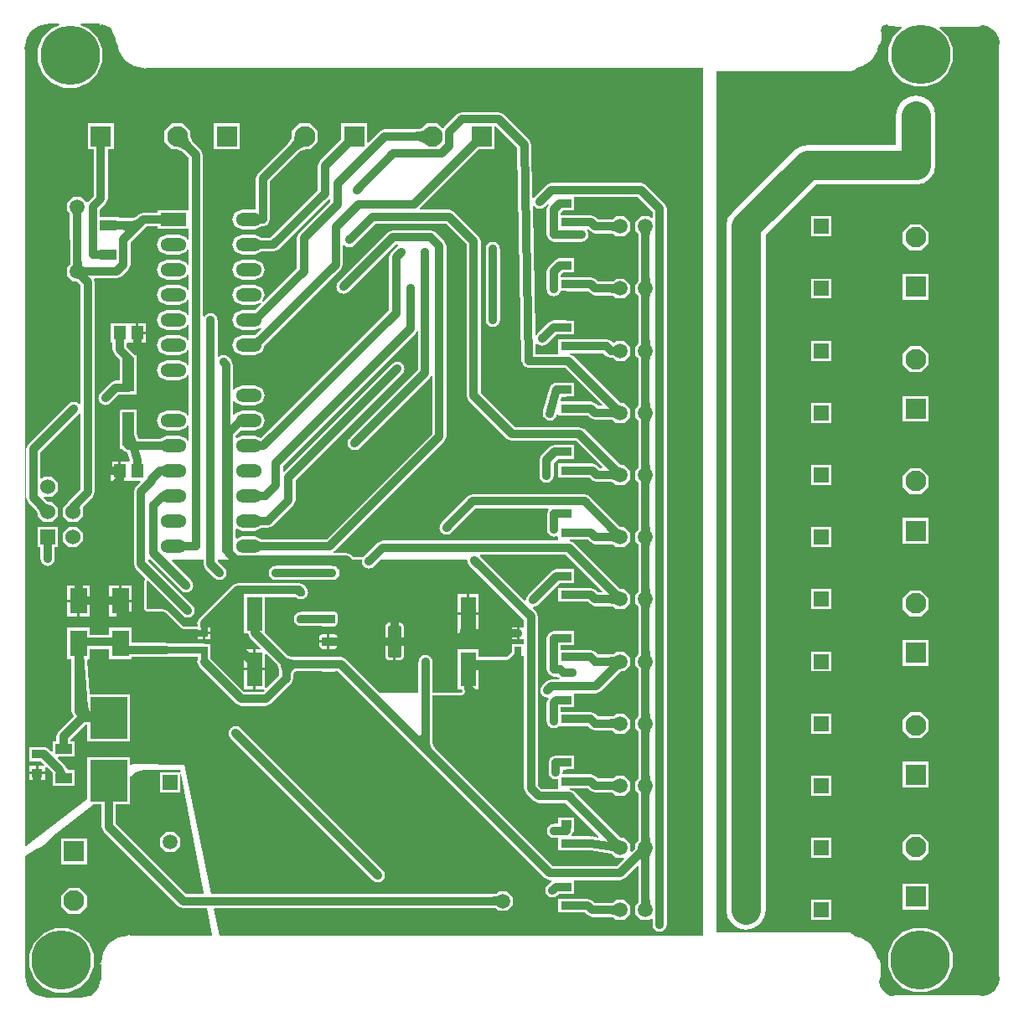
<source format=gtl>
G04*
G04 #@! TF.GenerationSoftware,Altium Limited,Altium Designer,24.0.1 (36)*
G04*
G04 Layer_Physical_Order=1*
G04 Layer_Color=255*
%FSLAX44Y44*%
%MOMM*%
G71*
G04*
G04 #@! TF.SameCoordinates,71F2B9B8-5446-4F90-8F71-DE05B1429098*
G04*
G04*
G04 #@! TF.FilePolarity,Positive*
G04*
G01*
G75*
%ADD16R,0.8000X0.7000*%
%ADD17R,3.8100X4.2400*%
%ADD18R,1.7500X2.6500*%
%ADD19R,1.7200X1.0800*%
%ADD20R,1.2100X1.4700*%
%ADD21R,1.2000X3.5000*%
%ADD22R,1.1000X0.9000*%
%ADD23R,1.6000X3.5000*%
G04:AMPARAMS|DCode=24|XSize=3.24mm|YSize=1.31mm|CornerRadius=0.0983mm|HoleSize=0mm|Usage=FLASHONLY|Rotation=270.000|XOffset=0mm|YOffset=0mm|HoleType=Round|Shape=RoundedRectangle|*
%AMROUNDEDRECTD24*
21,1,3.2400,1.1135,0,0,270.0*
21,1,3.0435,1.3100,0,0,270.0*
1,1,0.1965,-0.5568,-1.5218*
1,1,0.1965,-0.5568,1.5218*
1,1,0.1965,0.5568,1.5218*
1,1,0.1965,0.5568,-1.5218*
%
%ADD24ROUNDEDRECTD24*%
G04:AMPARAMS|DCode=25|XSize=0.93mm|YSize=1.31mm|CornerRadius=0.0698mm|HoleSize=0mm|Usage=FLASHONLY|Rotation=270.000|XOffset=0mm|YOffset=0mm|HoleType=Round|Shape=RoundedRectangle|*
%AMROUNDEDRECTD25*
21,1,0.9300,1.1705,0,0,270.0*
21,1,0.7905,1.3100,0,0,270.0*
1,1,0.1395,-0.5853,-0.3953*
1,1,0.1395,-0.5853,0.3953*
1,1,0.1395,0.5853,0.3953*
1,1,0.1395,0.5853,-0.3953*
%
%ADD25ROUNDEDRECTD25*%
%ADD51C,2.9210*%
%ADD52C,0.8128*%
%ADD53C,0.7000*%
%ADD54C,1.5080*%
%ADD55R,1.5080X1.5080*%
%ADD56O,2.6416X1.3208*%
%ADD57R,2.6416X1.3208*%
%ADD58C,2.1000*%
%ADD59R,2.1000X2.1000*%
%ADD60R,2.1000X2.1000*%
%ADD61C,1.5000*%
%ADD62R,1.5000X1.5000*%
%ADD63C,6.0000*%
%ADD64C,1.4980*%
%ADD65R,1.4980X1.4980*%
%ADD66R,1.5300X1.5300*%
%ADD67C,1.5300*%
%ADD68C,0.8585*%
G36*
X79214Y986084D02*
X79214Y986084D01*
X79849Y985145D01*
X79848Y985036D01*
X79886Y985020D01*
X79886Y985092D01*
X81156Y985940D01*
X90402Y982110D01*
X94236Y972855D01*
X94649Y971756D01*
X94895Y971106D01*
X94998Y970187D01*
X94979Y969769D01*
X94948Y969472D01*
X94921Y969271D01*
X94946Y969211D01*
X95405Y968103D01*
X95407Y968097D01*
X95520Y967824D01*
X95840Y967052D01*
X95860Y967004D01*
X96664Y966077D01*
X98123Y958741D01*
X104298Y949499D01*
X113540Y943324D01*
X123172Y941408D01*
X124414Y941161D01*
X124405Y940134D01*
X124442Y940119D01*
X124442Y941168D01*
X125566Y941441D01*
X688876Y941441D01*
Y64867D01*
X199775D01*
X194342Y91617D01*
X195145Y92601D01*
X477622D01*
X478001Y92547D01*
X478576Y92431D01*
X478907Y92335D01*
X478929Y92326D01*
X478994Y92278D01*
X479092Y92254D01*
X479205Y92205D01*
X479303Y92203D01*
X479322Y92199D01*
X481812Y89709D01*
X490130D01*
X496011Y95590D01*
Y103907D01*
X490130Y109789D01*
X481812D01*
X479322Y107299D01*
X479303Y107295D01*
X479205Y107292D01*
X479092Y107243D01*
X478994Y107219D01*
X478928Y107172D01*
X478908Y107163D01*
X478576Y107066D01*
X478100Y106971D01*
X477015Y106897D01*
X191238D01*
X164762Y237240D01*
X112896Y238604D01*
X110830Y237011D01*
X109691Y237572D01*
Y244938D01*
X66511D01*
Y202837D01*
X4392Y154938D01*
X3252Y155498D01*
Y957690D01*
X3199Y957817D01*
X3242Y957948D01*
X3242Y957948D01*
X2876Y962813D01*
X3740Y963744D01*
X4121Y963744D01*
X4121Y963744D01*
X3996Y964045D01*
X3545Y964554D01*
X5060Y972168D01*
X9832Y979310D01*
X16973Y984081D01*
X24127Y985505D01*
X25397Y985020D01*
X25397Y985020D01*
X25397Y985020D01*
X25434Y985036D01*
X25434Y985079D01*
X26054Y986069D01*
X26195Y986212D01*
X26425Y986342D01*
X37869D01*
X38116Y985097D01*
X30532Y981955D01*
X21379Y972802D01*
X16425Y960842D01*
Y947897D01*
X21379Y935937D01*
X30532Y926783D01*
X42492Y921829D01*
X55437D01*
X67397Y926783D01*
X76551Y935937D01*
X81505Y947897D01*
Y960842D01*
X76551Y972802D01*
X67397Y981955D01*
X59813Y985097D01*
X60061Y986342D01*
X78958D01*
X79214Y986084D01*
D02*
G37*
G36*
X160823Y230722D02*
X159707Y229789D01*
X139930D01*
Y209709D01*
X160011D01*
Y228189D01*
X161280Y228308D01*
X184102Y107875D01*
X183292Y106897D01*
X166329D01*
X95249Y177978D01*
Y197458D01*
X109691D01*
Y225240D01*
X110267Y225681D01*
X111841Y227256D01*
X115545Y229731D01*
X119660Y231435D01*
X124029Y232304D01*
X126256Y232304D01*
X126256Y232304D01*
X160523D01*
X160823Y230722D01*
D02*
G37*
G36*
X480615Y94499D02*
X480306Y94724D01*
X479845Y94926D01*
X479231Y95104D01*
X478465Y95258D01*
X477547Y95388D01*
X475252Y95578D01*
X470667Y95685D01*
Y103813D01*
X472348Y103825D01*
X478465Y104240D01*
X479231Y104394D01*
X479845Y104572D01*
X480306Y104774D01*
X480615Y104999D01*
Y94499D01*
D02*
G37*
G36*
X80953Y175017D02*
X83046Y169962D01*
X158314Y94694D01*
X163368Y92601D01*
X186997D01*
X192067Y65845D01*
X191257Y64867D01*
X109721D01*
X109422Y64940D01*
X109257Y65105D01*
X109248Y65118D01*
X108597Y66035D01*
X108597Y66189D01*
X108597Y66189D01*
X108560Y66174D01*
X108561Y66084D01*
X108506Y65925D01*
X107805Y65091D01*
X107658Y64966D01*
X97693Y62984D01*
X88453Y56810D01*
X82278Y47569D01*
X80296Y37604D01*
X80072Y37341D01*
X79083Y36666D01*
X79073Y36666D01*
X79073Y36666D01*
X79073Y36665D01*
X79082Y36665D01*
X79735Y36279D01*
X80101Y36061D01*
X80395Y35767D01*
Y20103D01*
X80054Y19773D01*
X79266Y19228D01*
X79130Y19233D01*
X79073Y19095D01*
X79073Y19095D01*
X79389Y17949D01*
X78433Y13143D01*
X74776Y7670D01*
X69302Y4012D01*
X62846Y2728D01*
X62428Y2811D01*
X62428Y2811D01*
Y2811D01*
X62332Y2050D01*
X41128Y2050D01*
X24547D01*
X23603Y2831D01*
X23603Y2831D01*
X23603Y2831D01*
X23602Y2830D01*
X22393Y2760D01*
X15578Y4115D01*
X9439Y8217D01*
X5337Y14356D01*
X4150Y20328D01*
X4574Y21598D01*
X4574Y21598D01*
X4559Y21635D01*
X4154Y21632D01*
X3385Y22394D01*
X3252Y22601D01*
Y144661D01*
X15397Y153025D01*
X17704Y153764D01*
X22048Y155901D01*
X25891Y158844D01*
X29086Y162481D01*
X30401Y164516D01*
X73415Y197458D01*
X80953D01*
Y175017D01*
D02*
G37*
G36*
X875723Y984570D02*
X876535Y984179D01*
X876535D01*
X876535Y984179D01*
X878949Y984043D01*
X886784Y983603D01*
X886960Y983664D01*
X887131Y983593D01*
X888845D01*
X889371Y982323D01*
X880880Y973833D01*
X875926Y961873D01*
Y948928D01*
X880880Y936968D01*
X890034Y927814D01*
X901994Y922860D01*
X914939D01*
X926899Y927814D01*
X936052Y936968D01*
X941006Y948928D01*
Y961873D01*
X936052Y973833D01*
X927562Y982323D01*
X928088Y983593D01*
X932051D01*
X932052Y983593D01*
X939623Y983593D01*
X967294D01*
X970823Y985055D01*
X975718Y984081D01*
X982860Y979310D01*
X987632Y972168D01*
X988605Y967273D01*
X987143Y963744D01*
X987143Y900140D01*
X987143Y86788D01*
X987143Y24649D01*
X988605Y21119D01*
X987632Y16225D01*
X982860Y9083D01*
X975718Y4311D01*
X970823Y3337D01*
X967294Y4799D01*
X932051D01*
X932051Y4800D01*
X882726D01*
X879744Y3564D01*
X877272Y4056D01*
X871218Y8102D01*
X867172Y14156D01*
X866223Y18925D01*
X867915Y23010D01*
X867915Y36666D01*
X866104Y41040D01*
X866103Y41040D01*
X866103Y41040D01*
X864445Y41727D01*
X863283Y47568D01*
X857109Y56810D01*
X847868Y62984D01*
X842028Y64146D01*
X841341Y65804D01*
X836967Y67616D01*
X836965D01*
X836965Y67616D01*
X701749D01*
Y108579D01*
X701889Y108918D01*
X701889Y880718D01*
X701986Y880953D01*
X701749Y881526D01*
Y938692D01*
X838284D01*
X842658Y940504D01*
X843345Y942162D01*
X849185Y943324D01*
X858427Y949499D01*
X864602Y958741D01*
X865764Y964582D01*
X867422Y965268D01*
X869234Y969642D01*
Y969643D01*
X869234Y969643D01*
Y976558D01*
X867978Y979589D01*
X869688Y983716D01*
X873885Y985455D01*
X875723Y984570D01*
D02*
G37*
%LPC*%
G36*
X482055Y896921D02*
X444971D01*
X439916Y894827D01*
X426962Y881873D01*
X426525Y880818D01*
X425280Y880570D01*
X420292Y885558D01*
X409489D01*
X406024Y882093D01*
X405602Y881954D01*
X405032Y881465D01*
X404458Y881107D01*
X403675Y880743D01*
X402683Y880398D01*
X401484Y880088D01*
X400149Y879835D01*
X398203Y879666D01*
X366789D01*
X361735Y877572D01*
X350410Y866248D01*
X349237Y866734D01*
Y885558D01*
X323157D01*
Y869587D01*
X301265Y847695D01*
X299172Y842640D01*
Y817960D01*
X251510Y770298D01*
X242531D01*
X235893Y773048D01*
X222685D01*
X215687Y770149D01*
X212788Y763150D01*
X215687Y756152D01*
X222685Y753253D01*
X235893D01*
X242530Y756002D01*
X254471D01*
X259525Y758096D01*
X310602Y809172D01*
X311872Y808646D01*
Y806406D01*
X280150Y774685D01*
X278057Y769631D01*
Y739187D01*
X244298Y705429D01*
X243222Y706148D01*
X245791Y712350D01*
X242892Y719349D01*
X235893Y722248D01*
X222685D01*
X215687Y719349D01*
X212788Y712350D01*
X215687Y705352D01*
X222685Y702453D01*
X235893D01*
X242096Y705022D01*
X242815Y703945D01*
X235717Y696848D01*
X222685D01*
X215687Y693949D01*
X212788Y686950D01*
X215687Y679952D01*
X222685Y677053D01*
X235893D01*
X242096Y679622D01*
X242815Y678545D01*
X235717Y671448D01*
X222685D01*
X215687Y668549D01*
X212788Y661550D01*
X215687Y654552D01*
X222685Y651653D01*
X235893D01*
X242892Y654552D01*
X245616Y661128D01*
X322517Y738030D01*
X324611Y743084D01*
Y762201D01*
X325881Y763022D01*
X326378Y762798D01*
X327140Y762483D01*
X328602Y761020D01*
X330671D01*
X331433Y760705D01*
X332194Y761020D01*
X334263D01*
X335726Y762483D01*
X336487Y762798D01*
X357761Y784072D01*
X429310D01*
X449506Y763876D01*
Y610627D01*
X451600Y605572D01*
X490462Y566710D01*
X495517Y564617D01*
X560574D01*
X586560Y538631D01*
X586074Y537457D01*
X584357D01*
X581951Y539864D01*
X576896Y541958D01*
X550525D01*
X550264Y541850D01*
X542486D01*
Y527770D01*
X550264D01*
X550525Y527662D01*
X573935D01*
X576342Y525255D01*
X581397Y523161D01*
X596527D01*
X596961Y523099D01*
X597541Y522980D01*
X597878Y522881D01*
X597907Y522868D01*
X597980Y522815D01*
X598088Y522788D01*
X598181Y522747D01*
X598263Y522745D01*
X598311Y522733D01*
X600815Y520229D01*
X609166D01*
X615071Y526134D01*
Y534485D01*
X609166Y540389D01*
X605625D01*
X605582Y540415D01*
X605522Y540472D01*
X605428Y540509D01*
X605332Y540566D01*
X605243Y540580D01*
X605213Y540592D01*
X604906Y540760D01*
X604497Y541030D01*
X603587Y541822D01*
X568590Y576819D01*
X563535Y578913D01*
X498478D01*
X463803Y613587D01*
Y766837D01*
X461709Y771891D01*
X437325Y796275D01*
X432271Y798369D01*
X402647D01*
X402121Y799639D01*
X461960Y859478D01*
X477931D01*
Y882366D01*
X479201Y882517D01*
X500873Y860845D01*
X505134Y645283D01*
X506204Y642837D01*
X507226Y640370D01*
X507296Y640341D01*
X507327Y640271D01*
X509814Y639298D01*
X512281Y638276D01*
X549722D01*
X586560Y601438D01*
X586074Y600265D01*
X582733D01*
X580327Y602671D01*
X575273Y604765D01*
X550525D01*
X550264Y604657D01*
X545512D01*
X544736Y605662D01*
X545735Y609469D01*
X550525D01*
X550787Y609577D01*
X558565D01*
Y623657D01*
X550787D01*
X550525Y623765D01*
X540221D01*
X538481Y623044D01*
X536614Y622789D01*
X536042Y622034D01*
X535166Y621671D01*
X534445Y619931D01*
X533307Y618431D01*
X527289Y595498D01*
X527038Y595247D01*
Y594542D01*
X526957Y594231D01*
X527038Y593636D01*
Y589587D01*
X527681Y588944D01*
X527699Y588811D01*
X528177Y588448D01*
X531040Y585584D01*
X531949D01*
X532056Y585503D01*
X532651Y585584D01*
X536701D01*
X537343Y586227D01*
X537477Y586245D01*
X537840Y586723D01*
X540703Y589587D01*
Y590495D01*
X540785Y590603D01*
X541226Y592284D01*
X542486Y592122D01*
Y590577D01*
X550264D01*
X550525Y590469D01*
X572312D01*
X574718Y588063D01*
X579772Y585969D01*
X596527D01*
X596961Y585906D01*
X597541Y585788D01*
X597878Y585689D01*
X597907Y585676D01*
X597980Y585622D01*
X598088Y585596D01*
X598181Y585555D01*
X598263Y585553D01*
X598311Y585541D01*
X600815Y583037D01*
X609166D01*
X615071Y588942D01*
Y597292D01*
X609166Y603197D01*
X605625D01*
X605582Y603223D01*
X605522Y603280D01*
X605428Y603316D01*
X605332Y603374D01*
X605243Y603388D01*
X605213Y603399D01*
X604906Y603567D01*
X604497Y603837D01*
X603587Y604629D01*
X557737Y650479D01*
X554052Y652006D01*
X554305Y653276D01*
X588096D01*
X590502Y650870D01*
X595557Y648776D01*
X597883D01*
X600815Y645844D01*
X609166D01*
X615071Y651749D01*
Y660099D01*
X609166Y666004D01*
X600815D01*
X598200Y663389D01*
X596111Y665478D01*
X591057Y667572D01*
X550525D01*
X550264Y667464D01*
X542486D01*
Y653843D01*
X542485Y653384D01*
X541551Y652573D01*
X519289D01*
X519089Y662709D01*
X520343Y663511D01*
X521001Y663191D01*
X521090Y662976D01*
X521851Y662661D01*
X523314Y661198D01*
X525382D01*
X526144Y660883D01*
X526906Y661198D01*
X528974D01*
X530437Y662661D01*
X531199Y662976D01*
X540498Y672276D01*
X550525D01*
X550787Y672384D01*
X558565D01*
Y686464D01*
X550787D01*
X550525Y686572D01*
X537537D01*
X532483Y684479D01*
X521090Y673085D01*
X520774Y672324D01*
X520180Y671730D01*
X518900Y672245D01*
X516326Y802476D01*
X517451Y802991D01*
X518382Y802321D01*
X518656Y801660D01*
X519418Y801345D01*
X520881Y799882D01*
X522949D01*
X523711Y799567D01*
X524472Y799882D01*
X526541D01*
X528004Y801345D01*
X528765Y801660D01*
X531715Y804610D01*
X532626Y803743D01*
X530532Y798689D01*
Y773187D01*
X532626Y768132D01*
X537681Y766039D01*
X565621D01*
X566382Y766354D01*
X568451D01*
X569913Y767817D01*
X570675Y768132D01*
X570991Y768894D01*
X572453Y770357D01*
Y772425D01*
X572769Y773187D01*
X572453Y773948D01*
Y776017D01*
X571478Y776992D01*
X571950Y778316D01*
X572800Y778402D01*
X574718Y776484D01*
X579772Y774391D01*
X596527D01*
X596961Y774328D01*
X597541Y774209D01*
X597878Y774110D01*
X597907Y774098D01*
X597980Y774044D01*
X598088Y774018D01*
X598181Y773977D01*
X598263Y773975D01*
X598311Y773963D01*
X600815Y771459D01*
X609166D01*
X615071Y777363D01*
Y785714D01*
X609166Y791619D01*
X600815D01*
X598311Y789115D01*
X598263Y789103D01*
X598181Y789101D01*
X598088Y789060D01*
X597980Y789033D01*
X597907Y788980D01*
X597878Y788967D01*
X597541Y788868D01*
X597061Y788770D01*
X595858Y788687D01*
X582733D01*
X580327Y791093D01*
X575273Y793187D01*
X550525D01*
X550264Y793079D01*
X544829D01*
Y795728D01*
X546992Y797891D01*
X550525D01*
X550787Y797999D01*
X558565D01*
Y811251D01*
X622604D01*
X637467Y796388D01*
Y790377D01*
X636293Y789891D01*
X634566Y791619D01*
X626215D01*
X620311Y785714D01*
Y777363D01*
X622815Y774859D01*
X622827Y774811D01*
X622829Y774728D01*
X622870Y774636D01*
X622896Y774528D01*
X622950Y774455D01*
X622962Y774426D01*
X623061Y774089D01*
X623159Y773609D01*
X623242Y772406D01*
Y727195D01*
X623180Y726761D01*
X623061Y726181D01*
X622962Y725844D01*
X622950Y725815D01*
X622896Y725742D01*
X622870Y725634D01*
X622829Y725541D01*
X622827Y725459D01*
X622815Y725411D01*
X620311Y722906D01*
Y714556D01*
X622815Y712052D01*
X622827Y712003D01*
X622829Y711921D01*
X622870Y711828D01*
X622896Y711720D01*
X622950Y711647D01*
X622962Y711618D01*
X623061Y711282D01*
X623159Y710801D01*
X623242Y709598D01*
Y664388D01*
X623180Y663954D01*
X623061Y663374D01*
X622962Y663037D01*
X622950Y663008D01*
X622896Y662935D01*
X622870Y662827D01*
X622829Y662734D01*
X622827Y662652D01*
X622815Y662604D01*
X620311Y660099D01*
Y651749D01*
X622815Y649245D01*
X622827Y649196D01*
X622829Y649114D01*
X622870Y649021D01*
X622896Y648913D01*
X622950Y648840D01*
X622962Y648811D01*
X623061Y648474D01*
X623159Y647994D01*
X623242Y646791D01*
Y601580D01*
X623180Y601147D01*
X623061Y600566D01*
X622962Y600230D01*
X622950Y600201D01*
X622896Y600128D01*
X622870Y600020D01*
X622829Y599927D01*
X622827Y599845D01*
X622815Y599796D01*
X620311Y597292D01*
Y588942D01*
X622815Y586437D01*
X622827Y586389D01*
X622829Y586307D01*
X622870Y586214D01*
X622896Y586106D01*
X622950Y586033D01*
X622962Y586004D01*
X623061Y585667D01*
X623159Y585187D01*
X623242Y583984D01*
Y538773D01*
X623180Y538339D01*
X623061Y537759D01*
X622962Y537422D01*
X622950Y537393D01*
X622896Y537321D01*
X622870Y537212D01*
X622829Y537119D01*
X622827Y537037D01*
X622815Y536989D01*
X620311Y534485D01*
Y526134D01*
X622815Y523630D01*
X622827Y523582D01*
X622829Y523499D01*
X622870Y523406D01*
X622896Y523298D01*
X622950Y523225D01*
X622962Y523196D01*
X623061Y522860D01*
X623159Y522380D01*
X623242Y521177D01*
Y475966D01*
X623180Y475532D01*
X623061Y474952D01*
X622962Y474615D01*
X622950Y474586D01*
X622896Y474513D01*
X622870Y474405D01*
X622829Y474312D01*
X622827Y474230D01*
X622815Y474182D01*
X620311Y471678D01*
Y463327D01*
X622815Y460823D01*
X622827Y460774D01*
X622829Y460692D01*
X622870Y460599D01*
X622896Y460491D01*
X622950Y460418D01*
X622962Y460389D01*
X623061Y460053D01*
X623159Y459572D01*
X623242Y458370D01*
Y413159D01*
X623180Y412725D01*
X623061Y412145D01*
X622962Y411808D01*
X622950Y411779D01*
X622896Y411706D01*
X622870Y411598D01*
X622829Y411505D01*
X622827Y411423D01*
X622815Y411375D01*
X620311Y408870D01*
Y400520D01*
X622815Y398016D01*
X622827Y397967D01*
X622829Y397885D01*
X622870Y397792D01*
X622896Y397684D01*
X622950Y397611D01*
X622962Y397582D01*
X623061Y397246D01*
X623159Y396765D01*
X623242Y395563D01*
Y350351D01*
X623180Y349918D01*
X623061Y349337D01*
X622962Y349001D01*
X622950Y348972D01*
X622896Y348899D01*
X622870Y348791D01*
X622829Y348698D01*
X622827Y348615D01*
X622815Y348567D01*
X620311Y346063D01*
Y337712D01*
X622815Y335208D01*
X622827Y335160D01*
X622829Y335077D01*
X622870Y334985D01*
X622896Y334876D01*
X622950Y334804D01*
X622962Y334774D01*
X623061Y334438D01*
X623159Y333958D01*
X623242Y332755D01*
Y287544D01*
X623180Y287111D01*
X623061Y286530D01*
X622962Y286194D01*
X622950Y286164D01*
X622896Y286092D01*
X622870Y285984D01*
X622829Y285891D01*
X622827Y285808D01*
X622815Y285760D01*
X620311Y283256D01*
Y274905D01*
X622815Y272401D01*
X622827Y272353D01*
X622829Y272270D01*
X622870Y272177D01*
X622896Y272069D01*
X622950Y271996D01*
X622962Y271967D01*
X623061Y271631D01*
X623159Y271151D01*
X623242Y269948D01*
Y224737D01*
X623180Y224303D01*
X623061Y223723D01*
X622962Y223386D01*
X622950Y223357D01*
X622896Y223284D01*
X622870Y223176D01*
X622829Y223084D01*
X622827Y223001D01*
X622815Y222953D01*
X620311Y220449D01*
Y212098D01*
X622815Y209594D01*
X622827Y209546D01*
X622829Y209463D01*
X622870Y209370D01*
X622896Y209262D01*
X622950Y209189D01*
X622962Y209160D01*
X623061Y208824D01*
X623159Y208344D01*
X623242Y207141D01*
Y161929D01*
X623180Y161496D01*
X623061Y160915D01*
X622962Y160579D01*
X622950Y160550D01*
X622896Y160477D01*
X622870Y160369D01*
X622829Y160276D01*
X622827Y160194D01*
X622815Y160145D01*
X620311Y157641D01*
Y154100D01*
X620285Y154057D01*
X620228Y153997D01*
X620191Y153903D01*
X620134Y153807D01*
X620120Y153718D01*
X620108Y153688D01*
X619940Y153381D01*
X619670Y152972D01*
X618878Y152063D01*
X616341Y149525D01*
X615071Y150051D01*
Y157641D01*
X609166Y163546D01*
X605625D01*
X605582Y163572D01*
X605522Y163629D01*
X605428Y163665D01*
X605332Y163723D01*
X605243Y163737D01*
X605213Y163748D01*
X604906Y163916D01*
X604497Y164186D01*
X603587Y164978D01*
X557760Y210805D01*
X554018Y212355D01*
X554271Y213625D01*
X572312D01*
X574718Y211219D01*
X579772Y209125D01*
X596527D01*
X596961Y209063D01*
X597541Y208944D01*
X597878Y208845D01*
X597907Y208832D01*
X597980Y208779D01*
X598088Y208752D01*
X598181Y208711D01*
X598263Y208709D01*
X598311Y208698D01*
X600815Y206193D01*
X609166D01*
X615071Y212098D01*
Y220449D01*
X609166Y226353D01*
X600815D01*
X598311Y223849D01*
X598263Y223837D01*
X598181Y223835D01*
X598088Y223794D01*
X597980Y223768D01*
X597907Y223714D01*
X597878Y223701D01*
X597541Y223603D01*
X597061Y223505D01*
X595858Y223421D01*
X582733D01*
X580327Y225828D01*
X575273Y227921D01*
X550525D01*
X550264Y227813D01*
X546545D01*
Y229373D01*
X546861Y230135D01*
Y232625D01*
X550525D01*
X550787Y232733D01*
X558565D01*
Y246814D01*
X550787D01*
X550525Y246922D01*
X539713D01*
X534658Y244828D01*
X532565Y239774D01*
Y230135D01*
X532880Y229373D01*
Y227304D01*
X534343Y225842D01*
X534658Y225080D01*
X535420Y224765D01*
X536883Y223302D01*
X538951D01*
X539713Y222987D01*
X540474Y223302D01*
X542486D01*
Y214169D01*
X542485Y213733D01*
X541561Y212899D01*
X525401D01*
X521969Y216332D01*
Y386853D01*
X519875Y391907D01*
X516106Y395677D01*
X516599Y396847D01*
X517360Y397163D01*
X519429D01*
X520891Y398625D01*
X521653Y398941D01*
X543760Y421047D01*
X550525D01*
X550787Y421155D01*
X558565D01*
Y435235D01*
X550787D01*
X550525Y435343D01*
X540799D01*
X535744Y433250D01*
X511544Y409050D01*
X511229Y408288D01*
X509766Y406825D01*
Y404757D01*
X509451Y403995D01*
X508280Y403502D01*
X463244Y448539D01*
X463770Y449809D01*
X549768D01*
X586560Y413017D01*
X586074Y411843D01*
X582733D01*
X580327Y414249D01*
X575273Y416343D01*
X550525D01*
X550264Y416235D01*
X542486D01*
Y402155D01*
X550264D01*
X550525Y402047D01*
X572312D01*
X574718Y399641D01*
X579772Y397547D01*
X596527D01*
X596961Y397485D01*
X597541Y397366D01*
X597878Y397267D01*
X597907Y397254D01*
X597980Y397201D01*
X598088Y397174D01*
X598181Y397133D01*
X598263Y397131D01*
X598311Y397119D01*
X600815Y394615D01*
X609166D01*
X615071Y400520D01*
Y408870D01*
X609166Y414775D01*
X605625D01*
X605582Y414801D01*
X605522Y414858D01*
X605428Y414894D01*
X605332Y414952D01*
X605243Y414966D01*
X605213Y414977D01*
X604906Y415145D01*
X604497Y415415D01*
X603587Y416208D01*
X557784Y462011D01*
X553987Y463584D01*
X554239Y464854D01*
X572312D01*
X574718Y462448D01*
X579772Y460354D01*
X596527D01*
X596961Y460292D01*
X597541Y460173D01*
X597878Y460074D01*
X597907Y460061D01*
X597980Y460008D01*
X598088Y459981D01*
X598181Y459940D01*
X598263Y459938D01*
X598311Y459926D01*
X600815Y457422D01*
X609166D01*
X615071Y463327D01*
Y471678D01*
X609166Y477582D01*
X605625D01*
X605582Y477608D01*
X605522Y477665D01*
X605428Y477702D01*
X605332Y477759D01*
X605243Y477773D01*
X605213Y477785D01*
X604906Y477952D01*
X604497Y478223D01*
X603587Y479015D01*
X573845Y508757D01*
X568791Y510850D01*
X455648D01*
X450594Y508757D01*
X424128Y482290D01*
X423812Y481529D01*
X422349Y480066D01*
Y477998D01*
X422034Y477236D01*
X422349Y476474D01*
Y474406D01*
X423812Y472943D01*
X424128Y472182D01*
X424889Y471866D01*
X426352Y470403D01*
X428420D01*
X429182Y470088D01*
X429944Y470403D01*
X432012D01*
X433475Y471866D01*
X434236Y472182D01*
X458609Y496554D01*
X531972D01*
X532814Y495284D01*
X531040Y491002D01*
Y475184D01*
X531356Y474422D01*
Y472354D01*
X532819Y470891D01*
X533134Y470130D01*
X533896Y469814D01*
X535359Y468352D01*
X537427D01*
X538189Y468036D01*
X538950Y468352D01*
X541019D01*
X541216Y468548D01*
X542486Y468022D01*
X542485Y464962D01*
X541571Y464105D01*
X365215D01*
X360160Y462011D01*
X345999Y447850D01*
X345683Y447088D01*
X345532Y446937D01*
X344221Y447481D01*
X335016D01*
X332931Y449565D01*
X327877Y451659D01*
X315594D01*
X315346Y452904D01*
X316291Y453296D01*
X427165Y564170D01*
X429259Y569225D01*
Y761757D01*
X427165Y766811D01*
X418275Y775701D01*
X413221Y777795D01*
X375121D01*
X370066Y775701D01*
X320028Y725663D01*
X319713Y724902D01*
X318250Y723439D01*
Y721370D01*
X317935Y720609D01*
X318250Y719847D01*
Y717778D01*
X319713Y716316D01*
X320028Y715554D01*
X320790Y715239D01*
X322253Y713776D01*
X324321D01*
X325083Y713461D01*
X325844Y713776D01*
X327913D01*
X329375Y715239D01*
X330137Y715554D01*
X378082Y763499D01*
X380109D01*
X380635Y762228D01*
X379692Y761285D01*
X378930Y760969D01*
X373355Y755394D01*
X371261Y750340D01*
Y696980D01*
X241717Y567435D01*
X235893Y569848D01*
X222685D01*
X217463Y567684D01*
X216407Y568390D01*
Y570074D01*
X222049Y575716D01*
X222685Y575453D01*
X235893D01*
X242892Y578352D01*
X245791Y585350D01*
X242892Y592349D01*
X235893Y595248D01*
X222685D01*
X215687Y592349D01*
X215112Y590962D01*
X213867Y591210D01*
Y604891D01*
X215112Y605138D01*
X215687Y603752D01*
X222685Y600853D01*
X235893D01*
X242892Y603752D01*
X245791Y610750D01*
X242892Y617749D01*
X235893Y620648D01*
X222685D01*
X215687Y617749D01*
X215112Y616362D01*
X213867Y616610D01*
Y641621D01*
X211773Y646676D01*
X208979Y649470D01*
X208218Y649785D01*
X206755Y651248D01*
X204686D01*
X203925Y651563D01*
X203163Y651248D01*
X201094D01*
X199632Y649785D01*
X199389Y649685D01*
X198119Y650378D01*
Y686950D01*
X197803Y687712D01*
Y689780D01*
X196341Y691243D01*
X196025Y692005D01*
X195264Y692320D01*
X193801Y693783D01*
X191732D01*
X190971Y694098D01*
X190209Y693783D01*
X188141D01*
X186678Y692320D01*
X185916Y692005D01*
X185601Y691243D01*
X184657Y690299D01*
X183387Y690825D01*
Y853783D01*
X181293Y858838D01*
X173860Y866271D01*
X173137Y867216D01*
X172336Y868391D01*
X171709Y869458D01*
X171251Y870404D01*
X170954Y871214D01*
X170802Y871873D01*
X170745Y872622D01*
X170544Y873019D01*
Y877919D01*
X162906Y885558D01*
X152103D01*
X144464Y877919D01*
Y867117D01*
X152103Y859478D01*
X157003D01*
X157400Y859277D01*
X158149Y859220D01*
X158808Y859068D01*
X159618Y858771D01*
X160564Y858314D01*
X161631Y857686D01*
X162754Y856920D01*
X164250Y855664D01*
X169090Y850823D01*
Y798859D01*
X168837Y797694D01*
X167820Y797694D01*
X137341D01*
Y795698D01*
X123095D01*
X118041Y793605D01*
X116117Y791681D01*
X115786Y791472D01*
X114832Y790984D01*
X113808Y790566D01*
X112709Y790218D01*
X111530Y789943D01*
X111345Y789914D01*
X98691D01*
Y790705D01*
X79247D01*
Y798674D01*
X84999Y804426D01*
X87093Y809481D01*
Y859478D01*
X92985D01*
Y885558D01*
X66905D01*
Y859478D01*
X72797D01*
Y812442D01*
X67044Y806689D01*
X66985Y806545D01*
X65514Y806313D01*
X60145Y811683D01*
X51836D01*
X45960Y805807D01*
Y797498D01*
X48447Y795012D01*
X48450Y795000D01*
X48451Y794897D01*
X48503Y794780D01*
X48526Y794684D01*
X48572Y794621D01*
X48580Y794602D01*
X48676Y794272D01*
X48771Y793795D01*
X48842Y792741D01*
Y768975D01*
X49202Y768105D01*
Y744452D01*
X49151Y744089D01*
X49036Y743513D01*
X48941Y743184D01*
X48932Y743164D01*
X48886Y743101D01*
X48863Y743005D01*
X48811Y742888D01*
X48810Y742785D01*
X48807Y742773D01*
X46321Y740287D01*
Y731978D01*
X52196Y726103D01*
X56272D01*
X59871Y722504D01*
Y603071D01*
X58601Y602249D01*
X58103Y602473D01*
X57341Y602789D01*
X55879Y604251D01*
X53810D01*
X53049Y604567D01*
X52287Y604251D01*
X50219D01*
X48756Y602789D01*
X47994Y602473D01*
X6846Y561325D01*
X4753Y556271D01*
Y507178D01*
X6846Y502123D01*
X14928Y494041D01*
X15275Y493571D01*
X15606Y493062D01*
X15778Y492739D01*
X15798Y492686D01*
X15815Y492571D01*
X15886Y492452D01*
X15901Y492411D01*
X15927Y492384D01*
X15995Y492270D01*
Y488673D01*
X21964Y482704D01*
X30405D01*
X36375Y488673D01*
Y497114D01*
X30405Y503084D01*
X26808D01*
X26695Y503152D01*
X26667Y503177D01*
X26626Y503192D01*
X26508Y503263D01*
X26392Y503280D01*
X26339Y503300D01*
X26016Y503472D01*
X25596Y503745D01*
X24452Y504735D01*
X22354Y506834D01*
X22880Y508104D01*
X30405D01*
X36375Y514073D01*
Y522514D01*
X30405Y528484D01*
X21964D01*
X20222Y526742D01*
X19049Y527228D01*
Y553310D01*
X58103Y592364D01*
X58601Y592588D01*
X59871Y591767D01*
Y516051D01*
X46530Y502711D01*
X46204Y501924D01*
X41395Y497114D01*
Y488673D01*
X47364Y482704D01*
X55806D01*
X61775Y488673D01*
Y497114D01*
X62332Y498295D01*
X72073Y508036D01*
X74167Y513091D01*
Y725465D01*
X73146Y727928D01*
X73852Y728985D01*
X95751D01*
X100805Y731078D01*
X107887Y738160D01*
X109981Y743215D01*
Y765327D01*
X122365Y777711D01*
X122365Y777711D01*
X126056Y781402D01*
X137341D01*
Y779406D01*
X167820D01*
X168837Y779406D01*
X169090Y778241D01*
Y767613D01*
X167845Y767365D01*
X166692Y770149D01*
X159693Y773048D01*
X146485D01*
X139487Y770149D01*
X136588Y763150D01*
X139487Y756152D01*
X146485Y753253D01*
X159693D01*
X166692Y756152D01*
X167845Y758936D01*
X169090Y758688D01*
Y742213D01*
X167845Y741965D01*
X166692Y744749D01*
X159693Y747648D01*
X146485D01*
X139487Y744749D01*
X136588Y737750D01*
X139487Y730752D01*
X146485Y727853D01*
X159693D01*
X166692Y730752D01*
X167845Y733536D01*
X169090Y733288D01*
Y716813D01*
X167845Y716565D01*
X166692Y719349D01*
X159693Y722248D01*
X146485D01*
X139487Y719349D01*
X136588Y712350D01*
X139487Y705352D01*
X146485Y702453D01*
X159693D01*
X166692Y705352D01*
X167845Y708136D01*
X169090Y707888D01*
Y691413D01*
X167845Y691165D01*
X166692Y693949D01*
X159693Y696848D01*
X146485D01*
X139487Y693949D01*
X136588Y686950D01*
X139487Y679952D01*
X146485Y677053D01*
X159693D01*
X166692Y679952D01*
X167845Y682736D01*
X169090Y682488D01*
Y666012D01*
X167845Y665765D01*
X166692Y668549D01*
X159693Y671448D01*
X146485D01*
X139487Y668549D01*
X136588Y661550D01*
X139487Y654552D01*
X146485Y651653D01*
X159693D01*
X166692Y654552D01*
X167845Y657336D01*
X169090Y657088D01*
Y640612D01*
X167845Y640365D01*
X166692Y643149D01*
X159693Y646048D01*
X146485D01*
X139487Y643149D01*
X136588Y636150D01*
X139487Y629152D01*
X146485Y626253D01*
X159693D01*
X166692Y629152D01*
X167845Y631936D01*
X169090Y631688D01*
Y589813D01*
X167845Y589565D01*
X166692Y592349D01*
X159693Y595248D01*
X146485D01*
X139487Y592349D01*
X136588Y585350D01*
X139487Y578352D01*
X146485Y575453D01*
X159693D01*
X166692Y578352D01*
X167845Y581136D01*
X169090Y580888D01*
Y564412D01*
X167845Y564165D01*
X166692Y566949D01*
X159693Y569848D01*
X146485D01*
X139847Y567098D01*
X118078D01*
X116428Y572861D01*
Y596760D01*
X99348D01*
Y556680D01*
X102095D01*
X102834Y554896D01*
X107220Y553079D01*
X109381Y545530D01*
X108424Y544260D01*
X107498D01*
X107008Y544260D01*
X100178D01*
Y534370D01*
Y524480D01*
X107008D01*
X108278Y524480D01*
X108768Y524480D01*
X119581D01*
X120067Y523307D01*
X115523Y518763D01*
X113429Y513708D01*
Y440764D01*
X115523Y435709D01*
X124876Y426356D01*
X124991Y425962D01*
X124761Y424811D01*
X124552Y424306D01*
X124165Y423919D01*
Y423373D01*
X123956Y422867D01*
Y395017D01*
X124761Y393073D01*
X126705Y392267D01*
X142164D01*
X146208Y390592D01*
X161693Y375107D01*
X161693Y375107D01*
X163637Y374302D01*
X163637Y374302D01*
X178081D01*
Y371784D01*
X183351D01*
Y376554D01*
X181165D01*
X180832Y377052D01*
Y378775D01*
X180623Y379280D01*
Y379827D01*
X180448Y380249D01*
X181897Y383746D01*
X214993Y416842D01*
X219037Y418517D01*
X279744D01*
X283788Y416842D01*
X285134Y415496D01*
X285241Y415239D01*
X285627Y414853D01*
X285837Y414347D01*
X286494Y413690D01*
Y412760D01*
X286703Y412255D01*
Y411742D01*
X286494Y411237D01*
Y410307D01*
X285837Y409650D01*
X285627Y409145D01*
X285265Y408782D01*
X284759Y408573D01*
X284102Y407915D01*
X283172D01*
X282667Y407706D01*
X282154D01*
X281649Y407915D01*
X280719D01*
X280062Y408573D01*
X279557Y408782D01*
X279170Y409169D01*
X278408Y409484D01*
X277898D01*
X277330Y409719D01*
X277330Y409719D01*
X245961D01*
Y410053D01*
X224881D01*
Y369973D01*
X228846D01*
X230366Y366304D01*
X241444Y355227D01*
X240958Y354053D01*
X236691D01*
Y335284D01*
X245961D01*
Y349050D01*
X247134Y349536D01*
X258110Y338560D01*
X258449Y338062D01*
X259086Y336940D01*
X259622Y335782D01*
X260062Y334584D01*
X260404Y333341D01*
X260517Y332749D01*
Y327837D01*
X247231Y314551D01*
X245961Y315077D01*
Y332744D01*
X236691D01*
Y313974D01*
X244857D01*
X245383Y312704D01*
X243877Y311197D01*
X224906D01*
X191158Y344945D01*
Y347474D01*
X191161D01*
Y359554D01*
X185822D01*
X184621Y360051D01*
X147135D01*
X145505Y360727D01*
X111281D01*
Y375809D01*
X88701D01*
Y368627D01*
X68911D01*
Y375809D01*
X46331D01*
Y344229D01*
X50472D01*
Y291349D01*
X52566Y286294D01*
X52592Y286269D01*
X37326Y271003D01*
X35233Y265949D01*
Y261308D01*
X31241D01*
Y251265D01*
X30067Y250779D01*
X27623Y253223D01*
X23751Y254827D01*
Y255209D01*
X22830D01*
X22569Y255317D01*
X15711D01*
X15450Y255209D01*
X7671D01*
Y241129D01*
X15450D01*
X15711Y241021D01*
X19608D01*
X23150Y237478D01*
X22624Y236208D01*
X16981D01*
Y230438D01*
X23751D01*
Y235082D01*
X25021Y235608D01*
X31241Y229388D01*
Y216029D01*
X53521D01*
Y231909D01*
X46573D01*
X45053Y235179D01*
X44113Y236042D01*
X43625Y237221D01*
X36591Y244255D01*
X37077Y245429D01*
X53521D01*
Y261308D01*
X49529D01*
Y262988D01*
X64391Y277850D01*
X66511D01*
Y261259D01*
X109691D01*
Y308739D01*
X69135D01*
X66210Y343293D01*
X67069Y344229D01*
X68911D01*
Y354331D01*
X88701D01*
Y344229D01*
X111281D01*
Y346431D01*
X145413D01*
X145570Y346366D01*
X147044Y346976D01*
X178083D01*
Y342847D01*
X177473Y341373D01*
X179566Y336319D01*
X216891Y298994D01*
X221945Y296901D01*
X246838D01*
X251892Y298994D01*
X272720Y319822D01*
X274814Y324877D01*
Y329431D01*
X274994Y329973D01*
X275325Y330588D01*
X275715Y331064D01*
X276192Y331454D01*
X276807Y331785D01*
X277348Y331966D01*
X303323D01*
X304068Y331657D01*
X315773D01*
X316518Y331966D01*
X319569D01*
X403099Y248435D01*
X403099Y248435D01*
X528816Y122718D01*
X533871Y120625D01*
X535167D01*
X535414Y119379D01*
X535014Y119213D01*
X531356Y115555D01*
X531041Y114794D01*
X529578Y113331D01*
Y111262D01*
X529263Y110501D01*
X529578Y109739D01*
Y107670D01*
X531041Y106208D01*
X531356Y105446D01*
X532118Y105131D01*
X533581Y103668D01*
X535649D01*
X536411Y103353D01*
X537172Y103668D01*
X539241D01*
X540704Y105131D01*
X541465Y105446D01*
X543030Y107011D01*
X550525D01*
X550787Y107119D01*
X558565D01*
Y120625D01*
X604697D01*
X609752Y122718D01*
X622069Y135035D01*
X623242Y134549D01*
Y99122D01*
X623180Y98689D01*
X623061Y98108D01*
X622962Y97772D01*
X622950Y97743D01*
X622896Y97670D01*
X622870Y97562D01*
X622829Y97469D01*
X622827Y97386D01*
X622815Y97338D01*
X620311Y94834D01*
Y86483D01*
X626215Y80579D01*
X634566D01*
X636293Y82306D01*
X637467Y81820D01*
Y75703D01*
X637782Y74941D01*
Y72873D01*
X639245Y71410D01*
X639560Y70648D01*
X640322Y70333D01*
X641785Y68870D01*
X643853D01*
X644615Y68555D01*
X645376Y68870D01*
X647445D01*
X648907Y70333D01*
X649669Y70648D01*
X649985Y71410D01*
X651447Y72873D01*
Y74941D01*
X651763Y75703D01*
Y799349D01*
X649669Y804403D01*
X630619Y823453D01*
X625565Y825547D01*
X535395D01*
X530340Y823453D01*
X518656Y811769D01*
X518341Y811008D01*
X517445Y810112D01*
X516165Y810627D01*
X515109Y864006D01*
X514039Y866451D01*
X513017Y868919D01*
X487109Y894827D01*
X482055Y896921D01*
D02*
G37*
G36*
X220544Y885558D02*
X194464D01*
Y859478D01*
X220544D01*
Y885558D01*
D02*
G37*
G36*
X291599D02*
X280796D01*
X273157Y877919D01*
Y873019D01*
X272957Y872622D01*
X272899Y871873D01*
X272747Y871214D01*
X272451Y870404D01*
X271993Y869458D01*
X271365Y868391D01*
X270599Y867268D01*
X269343Y865772D01*
X238689Y835119D01*
X236596Y830064D01*
Y798917D01*
X235893Y798448D01*
X222685D01*
X215687Y795549D01*
X212788Y788550D01*
X215687Y781552D01*
X222685Y778653D01*
X235893D01*
X242530Y781402D01*
X243744D01*
X248798Y783496D01*
X250892Y788550D01*
Y827104D01*
X279950Y856162D01*
X280895Y856885D01*
X282070Y857686D01*
X283137Y858314D01*
X284083Y858771D01*
X284893Y859068D01*
X285553Y859220D01*
X286302Y859277D01*
X286698Y859478D01*
X291599D01*
X299237Y867117D01*
Y877919D01*
X291599Y885558D01*
D02*
G37*
G36*
X235893Y747648D02*
X222685D01*
X215687Y744749D01*
X212788Y737750D01*
X215687Y730752D01*
X222685Y727853D01*
X235893D01*
X242892Y730752D01*
X245791Y737750D01*
X242892Y744749D01*
X235893Y747648D01*
D02*
G37*
G36*
X550525Y749379D02*
X544063D01*
X543802Y749271D01*
X542486D01*
Y748726D01*
X539009Y747286D01*
X532626Y740903D01*
X530532Y735849D01*
Y718032D01*
X530848Y717270D01*
Y715201D01*
X532311Y713739D01*
X532626Y712977D01*
X533388Y712662D01*
X534851Y711199D01*
X536919D01*
X537681Y710883D01*
X538442Y711199D01*
X540511D01*
X541973Y712662D01*
X542735Y712977D01*
X543051Y713739D01*
X544513Y715201D01*
Y716191D01*
X550264D01*
X550525Y716083D01*
X572312D01*
X574719Y713677D01*
X579773Y711583D01*
X596527D01*
X596961Y711520D01*
X597541Y711402D01*
X597878Y711303D01*
X597907Y711290D01*
X597980Y711237D01*
X598088Y711210D01*
X598181Y711169D01*
X598263Y711167D01*
X598311Y711155D01*
X600815Y708651D01*
X609166D01*
X615071Y714556D01*
Y722906D01*
X609166Y728811D01*
X600815D01*
X598311Y726307D01*
X598263Y726295D01*
X598181Y726293D01*
X598088Y726252D01*
X597980Y726226D01*
X597907Y726172D01*
X597878Y726159D01*
X597541Y726060D01*
X597061Y725962D01*
X595858Y725879D01*
X582734D01*
X580327Y728286D01*
X575273Y730380D01*
X550525D01*
X550264Y730272D01*
X544829D01*
Y732888D01*
X547024Y735083D01*
X550525D01*
X550787Y735191D01*
X558565D01*
Y749271D01*
X550787D01*
X550525Y749379D01*
D02*
G37*
G36*
X476213Y766365D02*
X475451Y766049D01*
X473382D01*
X471920Y764587D01*
X471158Y764271D01*
X470843Y763510D01*
X469380Y762047D01*
Y759978D01*
X469064Y759217D01*
Y687081D01*
X469380Y686319D01*
Y684250D01*
X470843Y682788D01*
X471158Y682026D01*
X471920Y681711D01*
X473382Y680248D01*
X475451D01*
X476213Y679932D01*
X476974Y680248D01*
X479043D01*
X480505Y681711D01*
X481267Y682026D01*
X481583Y682788D01*
X483045Y684250D01*
Y686319D01*
X483361Y687081D01*
Y759217D01*
X483045Y759978D01*
Y762047D01*
X481583Y763510D01*
X481267Y764271D01*
X480505Y764587D01*
X479043Y766049D01*
X476974D01*
X476213Y766365D01*
D02*
G37*
G36*
X118138Y683960D02*
Y675340D01*
X125458D01*
Y683960D01*
X118138D01*
D02*
G37*
G36*
X125458Y672800D02*
X118138D01*
Y664180D01*
X125458D01*
Y672800D01*
D02*
G37*
G36*
X107498Y683960D02*
X107008Y683960D01*
X90318D01*
Y664180D01*
X91760D01*
Y657199D01*
X93854Y652144D01*
X99348Y646650D01*
Y625649D01*
X94959D01*
X89904Y623555D01*
X79490Y613141D01*
X79175Y612379D01*
X77712Y610917D01*
Y608848D01*
X77397Y608087D01*
X77712Y607325D01*
Y605257D01*
X79175Y603794D01*
X79490Y603032D01*
X80252Y602717D01*
X81714Y601254D01*
X83783D01*
X84545Y600939D01*
X85306Y601254D01*
X87375D01*
X88837Y602717D01*
X89599Y603032D01*
X97920Y611353D01*
X107888D01*
X108680Y611680D01*
X116428D01*
Y651760D01*
X113954D01*
X113296Y652421D01*
X112943Y653273D01*
X106056Y660159D01*
Y663282D01*
X106954Y664180D01*
X108278Y664180D01*
X108768Y664180D01*
X115598D01*
Y674070D01*
Y683960D01*
X108768D01*
X107498Y683960D01*
D02*
G37*
G36*
X97638Y544260D02*
X90318D01*
Y535640D01*
X97638D01*
Y544260D01*
D02*
G37*
G36*
Y533100D02*
X90318D01*
Y524480D01*
X97638D01*
Y533100D01*
D02*
G37*
G36*
X550525Y560957D02*
X538775D01*
X533721Y558864D01*
X525260Y550403D01*
X523167Y545349D01*
Y529609D01*
X523482Y528848D01*
Y526779D01*
X524945Y525317D01*
X525260Y524555D01*
X526022Y524239D01*
X527485Y522777D01*
X529553D01*
X530315Y522461D01*
X531076Y522777D01*
X533145D01*
X534608Y524239D01*
X535369Y524555D01*
X535685Y525317D01*
X537147Y526779D01*
Y528848D01*
X537463Y529609D01*
Y542388D01*
X541736Y546661D01*
X550525D01*
X550787Y546769D01*
X558565D01*
Y560849D01*
X550787D01*
X550525Y560957D01*
D02*
G37*
G36*
X55806Y477684D02*
X47364D01*
X41395Y471714D01*
Y463273D01*
X47364Y457304D01*
X55806D01*
X61775Y463273D01*
Y471714D01*
X55806Y477684D01*
D02*
G37*
G36*
X36375D02*
X15995D01*
Y457304D01*
X19037D01*
Y445527D01*
X19352Y444765D01*
Y442696D01*
X20815Y441234D01*
X21130Y440472D01*
X21892Y440157D01*
X23354Y438694D01*
X25423D01*
X26185Y438378D01*
X26946Y438694D01*
X29015D01*
X30477Y440157D01*
X31239Y440472D01*
X31555Y441234D01*
X33017Y442696D01*
Y444765D01*
X33333Y445527D01*
Y457304D01*
X36375D01*
Y477684D01*
D02*
G37*
G36*
X111281Y418809D02*
X101261D01*
Y404289D01*
X111281D01*
Y418809D01*
D02*
G37*
G36*
X68911D02*
X58891D01*
Y404289D01*
X68911D01*
Y418809D01*
D02*
G37*
G36*
X98721D02*
X88701D01*
Y404289D01*
X98721D01*
Y418809D01*
D02*
G37*
G36*
X56351D02*
X46331D01*
Y404289D01*
X56351D01*
Y418809D01*
D02*
G37*
G36*
X111281Y401749D02*
X101261D01*
Y387229D01*
X111281D01*
Y401749D01*
D02*
G37*
G36*
X98721D02*
X88701D01*
Y387229D01*
X98721D01*
Y401749D01*
D02*
G37*
G36*
X68911D02*
X58891D01*
Y387229D01*
X68911D01*
Y401749D01*
D02*
G37*
G36*
X56351D02*
X46331D01*
Y387229D01*
X56351D01*
Y401749D01*
D02*
G37*
G36*
X191161Y376554D02*
X185891D01*
Y371784D01*
X191161D01*
Y376554D01*
D02*
G37*
G36*
Y369244D02*
X185891D01*
Y364474D01*
X191161D01*
Y369244D01*
D02*
G37*
G36*
X183351D02*
X178081D01*
Y364474D01*
X183351D01*
Y369244D01*
D02*
G37*
G36*
X234151Y354053D02*
X226200D01*
X228786Y351453D01*
X227482Y341323D01*
X224881Y343910D01*
Y335284D01*
X234151D01*
Y354053D01*
D02*
G37*
G36*
Y332744D02*
X224881D01*
Y313974D01*
X234151D01*
Y332744D01*
D02*
G37*
G36*
X550525Y372536D02*
X537681D01*
X532626Y370442D01*
X530532Y365388D01*
Y333767D01*
X532626Y328712D01*
X537681Y326618D01*
X541324D01*
X542278Y325664D01*
X543538Y325142D01*
X543290Y323897D01*
X535649D01*
X530594Y321803D01*
X526276Y317485D01*
X525961Y316723D01*
X524498Y315261D01*
Y313192D01*
X524183Y312431D01*
X524498Y311669D01*
Y309601D01*
X525961Y308138D01*
X526276Y307376D01*
X527038Y307061D01*
X528501Y305598D01*
X530569D01*
X531331Y305283D01*
X531645Y305413D01*
X531742Y305344D01*
X532422Y304476D01*
X532466Y304328D01*
X530532Y299661D01*
Y281697D01*
X531102Y280322D01*
Y278612D01*
X532311Y277404D01*
X532626Y276642D01*
X532880Y276388D01*
X533642Y276073D01*
X535104Y274610D01*
X537173D01*
X537935Y274295D01*
X538696Y274610D01*
X540765D01*
X542228Y276073D01*
X542989Y276388D01*
X543052Y276540D01*
X550264D01*
X550525Y276432D01*
X572312D01*
X574718Y274026D01*
X579772Y271932D01*
X596527D01*
X596961Y271870D01*
X597541Y271751D01*
X597878Y271652D01*
X597907Y271639D01*
X597980Y271586D01*
X598088Y271560D01*
X598181Y271518D01*
X598263Y271516D01*
X598311Y271505D01*
X600815Y269000D01*
X609166D01*
X615071Y274905D01*
Y283256D01*
X609166Y289160D01*
X600815D01*
X598311Y286656D01*
X598263Y286644D01*
X598181Y286642D01*
X598088Y286602D01*
X597980Y286575D01*
X597907Y286521D01*
X597878Y286509D01*
X597541Y286410D01*
X597061Y286312D01*
X595858Y286229D01*
X582733D01*
X580327Y288635D01*
X575273Y290728D01*
X550525D01*
X550264Y290620D01*
X544829D01*
Y295432D01*
X550525D01*
X550787Y295541D01*
X558565D01*
Y309601D01*
X579852D01*
X584906Y311694D01*
X604061Y330849D01*
X604411Y331111D01*
X604906Y331437D01*
X605213Y331605D01*
X605243Y331617D01*
X605332Y331631D01*
X605428Y331688D01*
X605522Y331725D01*
X605582Y331782D01*
X605625Y331808D01*
X609166D01*
X615071Y337712D01*
Y346063D01*
X609166Y351968D01*
X600815D01*
X598311Y349463D01*
X598263Y349451D01*
X598181Y349450D01*
X598088Y349408D01*
X597980Y349382D01*
X597907Y349329D01*
X597878Y349316D01*
X597541Y349217D01*
X597061Y349119D01*
X595858Y349036D01*
X582734D01*
X580327Y351442D01*
X575273Y353536D01*
X550525D01*
X550264Y353428D01*
X544829D01*
Y358240D01*
X550525D01*
X550787Y358348D01*
X558565D01*
Y372428D01*
X550787D01*
X550525Y372536D01*
D02*
G37*
G36*
X14441Y236208D02*
X7671D01*
Y230438D01*
X14441D01*
Y236208D01*
D02*
G37*
G36*
X23751Y227899D02*
X16981D01*
Y222129D01*
X23751D01*
Y227899D01*
D02*
G37*
G36*
X14441D02*
X7671D01*
Y222129D01*
X14441D01*
Y227899D01*
D02*
G37*
G36*
X216371Y276653D02*
X215609Y276337D01*
X213540D01*
X212078Y274875D01*
X211316Y274559D01*
X211001Y273797D01*
X209538Y272335D01*
Y270266D01*
X209223Y269505D01*
X209538Y268743D01*
Y266674D01*
X211001Y265212D01*
X211316Y264450D01*
X354826Y120940D01*
X355588Y120625D01*
X357051Y119162D01*
X359119D01*
X359881Y118847D01*
X360642Y119162D01*
X362711D01*
X364173Y120625D01*
X364935Y120940D01*
X365251Y121702D01*
X366713Y123165D01*
Y125233D01*
X367029Y125995D01*
X366713Y126756D01*
Y128825D01*
X365251Y130287D01*
X364935Y131049D01*
X221425Y274559D01*
X220664Y274875D01*
X219201Y276337D01*
X217132D01*
X216371Y276653D01*
D02*
G37*
G36*
X571978Y102307D02*
X550525D01*
X550264Y102199D01*
X542486D01*
Y88119D01*
X550264D01*
X550525Y88010D01*
X569017D01*
X571423Y85604D01*
X576478Y83511D01*
X596527D01*
X596961Y83448D01*
X597541Y83329D01*
X597878Y83230D01*
X597907Y83218D01*
X597980Y83164D01*
X598088Y83138D01*
X598181Y83097D01*
X598263Y83095D01*
X598311Y83083D01*
X600815Y80579D01*
X609166D01*
X615071Y86483D01*
Y94834D01*
X609166Y100739D01*
X600815D01*
X598311Y98235D01*
X598263Y98223D01*
X598181Y98221D01*
X598088Y98180D01*
X597980Y98153D01*
X597907Y98100D01*
X597878Y98087D01*
X597541Y97988D01*
X597061Y97890D01*
X595858Y97807D01*
X579439D01*
X577032Y100213D01*
X571978Y102307D01*
D02*
G37*
%LPD*%
G36*
X407392Y865168D02*
X406664Y865792D01*
X405770Y866351D01*
X404709Y866844D01*
X403481Y867271D01*
X402086Y867632D01*
X400524Y867928D01*
X398795Y868158D01*
X394838Y868421D01*
X392609Y868454D01*
Y876582D01*
X394838Y876615D01*
X400524Y877108D01*
X402086Y877403D01*
X403481Y877765D01*
X404709Y878192D01*
X405770Y878685D01*
X406664Y879244D01*
X407392Y879868D01*
Y865168D01*
D02*
G37*
G36*
X168077Y871457D02*
X168314Y870430D01*
X168716Y869331D01*
X169282Y868160D01*
X170013Y866918D01*
X170908Y865605D01*
X171968Y864220D01*
X174580Y861236D01*
X176133Y859636D01*
X170386Y853889D01*
X168787Y855442D01*
X164417Y859114D01*
X163104Y860009D01*
X161862Y860740D01*
X160692Y861306D01*
X159593Y861708D01*
X158565Y861945D01*
X157609Y862019D01*
X168004Y872413D01*
X168077Y871457D01*
D02*
G37*
G36*
X61009Y795996D02*
X60809Y795536D01*
X60632Y794924D01*
X60479Y794160D01*
X60349Y793243D01*
X60161Y790952D01*
X60054Y786373D01*
X51926D01*
X51915Y788052D01*
X51502Y794160D01*
X51349Y794924D01*
X51172Y795536D01*
X50971Y795996D01*
X50747Y796303D01*
X61234D01*
X61009Y795996D01*
D02*
G37*
G36*
X599606Y776261D02*
X599292Y776491D01*
X598825Y776698D01*
X598205Y776880D01*
X597433Y777038D01*
X596507Y777171D01*
X594199Y777365D01*
X589592Y777475D01*
Y785603D01*
X591280Y785615D01*
X597433Y786040D01*
X598205Y786198D01*
X598825Y786380D01*
X599292Y786586D01*
X599606Y786817D01*
Y776261D01*
D02*
G37*
G36*
X117311Y782766D02*
X101752Y772954D01*
X102763Y774046D01*
X103496Y775023D01*
X103952Y775885D01*
X104130Y776633D01*
X104030Y777265D01*
X103654Y777782D01*
X102999Y778184D01*
X102067Y778472D01*
X100858Y778644D01*
X99371Y778701D01*
X107499Y786830D01*
X109090Y786876D01*
X110609Y787013D01*
X112058Y787243D01*
X113436Y787565D01*
X114744Y787978D01*
X115981Y788484D01*
X117147Y789081D01*
X118243Y789770D01*
X119267Y790551D01*
X120222Y791424D01*
X117311Y782766D01*
D02*
G37*
G36*
X635438Y775840D02*
X635232Y775373D01*
X635050Y774753D01*
X634892Y773981D01*
X634758Y773055D01*
X634564Y770747D01*
X634455Y766140D01*
X626327D01*
X626315Y767828D01*
X625890Y773981D01*
X625732Y774753D01*
X625550Y775373D01*
X625343Y775840D01*
X625113Y776154D01*
X635669D01*
X635438Y775840D01*
D02*
G37*
G36*
X60426Y749733D02*
X60839Y743625D01*
X60992Y742861D01*
X61169Y742249D01*
X61370Y741789D01*
X61594Y741482D01*
X51108D01*
X51332Y741789D01*
X51532Y742249D01*
X51709Y742861D01*
X51862Y743625D01*
X51992Y744542D01*
X52181Y746833D01*
X52287Y751412D01*
X60415D01*
X60426Y749733D01*
D02*
G37*
G36*
X634467Y732442D02*
X634892Y726289D01*
X635050Y725517D01*
X635232Y724897D01*
X635438Y724430D01*
X635669Y724116D01*
X625113D01*
X625343Y724430D01*
X625550Y724897D01*
X625732Y725517D01*
X625890Y726289D01*
X626023Y727214D01*
X626217Y729523D01*
X626327Y734130D01*
X634455D01*
X634467Y732442D01*
D02*
G37*
G36*
X62007Y741152D02*
X62467Y740951D01*
X63079Y740774D01*
X63843Y740621D01*
X64760Y740491D01*
X67051Y740303D01*
X71630Y740197D01*
Y732069D01*
X69951Y732057D01*
X66502Y731824D01*
X69892Y728338D01*
X64145Y722591D01*
X57487Y728729D01*
X61700Y732942D01*
Y741376D01*
X62007Y741152D01*
D02*
G37*
G36*
X635438Y713032D02*
X635232Y712565D01*
X635050Y711945D01*
X634892Y711173D01*
X634758Y710248D01*
X634564Y707940D01*
X634455Y703332D01*
X626327D01*
X626315Y705021D01*
X625890Y711173D01*
X625732Y711945D01*
X625550Y712565D01*
X625343Y713032D01*
X625113Y713346D01*
X635669D01*
X635438Y713032D01*
D02*
G37*
G36*
X634467Y669634D02*
X634892Y663482D01*
X635050Y662710D01*
X635232Y662090D01*
X635438Y661623D01*
X635669Y661309D01*
X625113D01*
X625343Y661623D01*
X625550Y662090D01*
X625732Y662710D01*
X625890Y663482D01*
X626023Y664407D01*
X626217Y666715D01*
X626327Y671323D01*
X634455D01*
X634467Y669634D01*
D02*
G37*
G36*
X635438Y650225D02*
X635232Y649758D01*
X635050Y649138D01*
X634892Y648366D01*
X634758Y647441D01*
X634564Y645133D01*
X634455Y640525D01*
X626327D01*
X626315Y642214D01*
X625890Y648366D01*
X625732Y649138D01*
X625550Y649758D01*
X625343Y650225D01*
X625113Y650539D01*
X635669D01*
X635438Y650225D01*
D02*
G37*
G36*
X634467Y606827D02*
X634892Y600675D01*
X635050Y599903D01*
X635232Y599283D01*
X635438Y598816D01*
X635669Y598502D01*
X625113D01*
X625343Y598816D01*
X625550Y599283D01*
X625732Y599903D01*
X625890Y600675D01*
X626023Y601600D01*
X626217Y603908D01*
X626327Y608516D01*
X634455D01*
X634467Y606827D01*
D02*
G37*
G36*
X598178Y605694D02*
X602829Y601644D01*
X603487Y601209D01*
X604054Y600900D01*
X604530Y600716D01*
X604915Y600657D01*
X599606Y595347D01*
Y587839D01*
X599292Y588070D01*
X598825Y588276D01*
X598205Y588458D01*
X597433Y588616D01*
X596507Y588749D01*
X594199Y588944D01*
X589592Y589053D01*
Y597181D01*
X591280Y597193D01*
X594718Y597430D01*
X594409Y597797D01*
X591228Y601132D01*
X596976Y606879D01*
X598178Y605694D01*
D02*
G37*
G36*
X635438Y587418D02*
X635232Y586951D01*
X635050Y586331D01*
X634892Y585559D01*
X634758Y584634D01*
X634564Y582326D01*
X634455Y577718D01*
X626327D01*
X626315Y579406D01*
X625890Y585559D01*
X625732Y586331D01*
X625550Y586951D01*
X625343Y587418D01*
X625113Y587732D01*
X635669D01*
X635438Y587418D01*
D02*
G37*
G36*
X220981Y579030D02*
X215225Y573253D01*
X210360Y579883D01*
X216138Y585628D01*
X220981Y579030D01*
D02*
G37*
G36*
X119033Y552555D02*
X111219Y550318D01*
X108662Y559281D01*
X113827Y570634D01*
X119033Y552555D01*
D02*
G37*
G36*
X634467Y544020D02*
X634892Y537868D01*
X635050Y537095D01*
X635232Y536475D01*
X635438Y536008D01*
X635669Y535694D01*
X625113D01*
X625343Y536008D01*
X625550Y536475D01*
X625732Y537095D01*
X625890Y537868D01*
X626023Y538792D01*
X626217Y541101D01*
X626327Y545708D01*
X634455D01*
X634467Y544020D01*
D02*
G37*
G36*
X598178Y542886D02*
X602829Y538836D01*
X603487Y538402D01*
X604054Y538092D01*
X604530Y537908D01*
X604915Y537849D01*
X599606Y532540D01*
Y525031D01*
X599292Y525262D01*
X598825Y525468D01*
X598205Y525650D01*
X597433Y525808D01*
X596507Y525942D01*
X594199Y526136D01*
X589592Y526245D01*
Y534373D01*
X591280Y534385D01*
X594718Y534623D01*
X594409Y534989D01*
X591228Y538324D01*
X596976Y544072D01*
X598178Y542886D01*
D02*
G37*
G36*
X635438Y524610D02*
X635232Y524143D01*
X635050Y523524D01*
X634892Y522751D01*
X634758Y521826D01*
X634564Y519518D01*
X634455Y514910D01*
X626327D01*
X626315Y516599D01*
X625890Y522751D01*
X625732Y523524D01*
X625550Y524143D01*
X625343Y524610D01*
X625113Y524925D01*
X635669D01*
X635438Y524610D01*
D02*
G37*
G36*
X143094Y503544D02*
X137332Y497770D01*
X131781Y503713D01*
X140383Y511678D01*
X143094Y503544D01*
D02*
G37*
G36*
X63955Y504280D02*
X62758Y503058D01*
X59399Y499121D01*
X58917Y498373D01*
X58578Y497720D01*
X58382Y497162D01*
X58329Y496699D01*
X58419Y496330D01*
X49144Y500144D01*
X57678Y509497D01*
X63955Y504280D01*
D02*
G37*
G36*
X19202Y505642D02*
X23941Y501542D01*
X24618Y501102D01*
X25205Y500789D01*
X25701Y500603D01*
X26108Y500543D01*
X18535Y492970D01*
X18475Y493377D01*
X18289Y493873D01*
X17976Y494460D01*
X17536Y495138D01*
X16969Y495905D01*
X15457Y497710D01*
X13437Y499876D01*
X12237Y501094D01*
X17984Y506842D01*
X19202Y505642D01*
D02*
G37*
G36*
X400738Y675819D02*
Y636702D01*
X331712Y567675D01*
X331397Y566913D01*
X329934Y565451D01*
Y563382D01*
X329619Y562621D01*
X329934Y561859D01*
Y559790D01*
X331397Y558328D01*
X331712Y557566D01*
X332474Y557251D01*
X333937Y555788D01*
X336005D01*
X336767Y555473D01*
X337528Y555788D01*
X339597D01*
X341059Y557251D01*
X341821Y557566D01*
X412941Y628686D01*
X413717Y630559D01*
X414963Y630311D01*
Y572186D01*
X308275Y465498D01*
X242531D01*
X235893Y468248D01*
X222685D01*
X217463Y466084D01*
X216407Y466790D01*
Y475311D01*
X217463Y476016D01*
X222685Y473853D01*
X235893D01*
X242530Y476602D01*
X248752D01*
X253807Y478696D01*
X274765Y499654D01*
X276859Y504709D01*
Y524608D01*
X384747Y632496D01*
X385063Y633258D01*
X386525Y634720D01*
Y636789D01*
X386841Y637551D01*
X386525Y638312D01*
Y640381D01*
X385063Y641843D01*
X384747Y642605D01*
X383985Y642921D01*
X382523Y644383D01*
X380454D01*
X379693Y644699D01*
X378931Y644383D01*
X376862D01*
X375400Y642921D01*
X374638Y642605D01*
X265429Y533396D01*
X264159Y533922D01*
Y539340D01*
X398463Y673644D01*
X399468Y676071D01*
X400738Y675819D01*
D02*
G37*
G36*
X634467Y481213D02*
X634892Y475060D01*
X635050Y474288D01*
X635232Y473668D01*
X635438Y473201D01*
X635669Y472887D01*
X625113D01*
X625343Y473201D01*
X625550Y473668D01*
X625732Y474288D01*
X625890Y475060D01*
X626023Y475985D01*
X626217Y478294D01*
X626327Y482901D01*
X634455D01*
X634467Y481213D01*
D02*
G37*
G36*
X598178Y480079D02*
X602829Y476029D01*
X603487Y475595D01*
X604054Y475285D01*
X604530Y475101D01*
X604915Y475042D01*
X599606Y469733D01*
Y462224D01*
X599292Y462455D01*
X598825Y462661D01*
X598205Y462843D01*
X597433Y463001D01*
X596507Y463135D01*
X594199Y463329D01*
X589592Y463438D01*
Y471566D01*
X591280Y471578D01*
X594718Y471816D01*
X594409Y472182D01*
X591228Y475517D01*
X596976Y481265D01*
X598178Y480079D01*
D02*
G37*
G36*
X635438Y461803D02*
X635232Y461336D01*
X635050Y460717D01*
X634892Y459944D01*
X634758Y459019D01*
X634564Y456711D01*
X634455Y452103D01*
X626327D01*
X626315Y453792D01*
X625890Y459944D01*
X625732Y460717D01*
X625550Y461336D01*
X625343Y461803D01*
X625113Y462118D01*
X635669D01*
X635438Y461803D01*
D02*
G37*
G36*
X450269Y444257D02*
X450584Y443495D01*
Y441427D01*
X452047Y439964D01*
X452362Y439202D01*
X507673Y383892D01*
Y376554D01*
X503125D01*
Y370514D01*
Y364474D01*
X507673D01*
Y359554D01*
X503057D01*
X501856Y360051D01*
X500654Y359554D01*
X495316D01*
Y351204D01*
X490360Y346249D01*
X461861D01*
Y354053D01*
X440781D01*
Y313974D01*
X444349D01*
X445370Y311507D01*
X444665Y310451D01*
X415302D01*
Y341306D01*
X414986Y342068D01*
Y344137D01*
X413524Y345599D01*
X413208Y346361D01*
X412447Y346676D01*
X410984Y348139D01*
X408916D01*
X408154Y348455D01*
X407392Y348139D01*
X405324D01*
X403861Y346676D01*
X403099Y346361D01*
X402784Y345599D01*
X401321Y344137D01*
Y342068D01*
X401006Y341306D01*
Y310451D01*
X361301D01*
X327584Y344168D01*
X322529Y346262D01*
X316518D01*
X315773Y346571D01*
X304068D01*
X303323Y346262D01*
X274030D01*
X273438Y346375D01*
X272195Y346718D01*
X270997Y347157D01*
X269839Y347694D01*
X268718Y348330D01*
X268219Y348669D01*
X245961Y370928D01*
Y406970D01*
X277330D01*
X277356Y406944D01*
X278118Y406629D01*
X279580Y405166D01*
X281649D01*
X282411Y404851D01*
X283172Y405166D01*
X285241D01*
X286703Y406629D01*
X287465Y406944D01*
X287781Y407706D01*
X289243Y409169D01*
Y411237D01*
X289559Y411999D01*
X289243Y412760D01*
Y414829D01*
X287781Y416292D01*
X287465Y417053D01*
X285346Y419173D01*
X280291Y421266D01*
X218490D01*
X213436Y419173D01*
X179566Y385303D01*
X177473Y380249D01*
X178083Y378775D01*
Y377052D01*
X163637D01*
X147765Y392923D01*
X142711Y395017D01*
X126705D01*
Y422867D01*
X127878Y423353D01*
X162830Y388402D01*
X163591Y388087D01*
X165054Y386624D01*
X167122D01*
X167884Y386309D01*
X168646Y386624D01*
X170714D01*
X172177Y388087D01*
X172939Y388402D01*
X173254Y389164D01*
X174717Y390626D01*
Y392695D01*
X175032Y393457D01*
X174717Y394218D01*
Y396287D01*
X173254Y397749D01*
X172939Y398511D01*
X127988Y443461D01*
X128360Y444731D01*
X130349D01*
X161278Y413802D01*
X162040Y413487D01*
X163503Y412024D01*
X165571D01*
X166333Y411708D01*
X167094Y412024D01*
X169163D01*
X170625Y413487D01*
X171387Y413802D01*
X171703Y414564D01*
X173165Y416026D01*
Y418095D01*
X173481Y418857D01*
X173165Y419618D01*
Y421687D01*
X171703Y423149D01*
X171387Y423911D01*
X151740Y443558D01*
X152226Y444731D01*
X183822D01*
Y440701D01*
X185916Y435646D01*
X194994Y426568D01*
X195756Y426253D01*
X197218Y424790D01*
X199287D01*
X200049Y424475D01*
X200810Y424790D01*
X202879D01*
X204341Y426253D01*
X205103Y426568D01*
X205419Y427330D01*
X206881Y428792D01*
Y430861D01*
X207197Y431623D01*
X206881Y432384D01*
Y434453D01*
X205419Y435915D01*
X205103Y436677D01*
X198319Y443461D01*
X198602Y444731D01*
X344221D01*
Y443557D01*
X343905Y442795D01*
X344221Y442034D01*
Y439965D01*
X345683Y438502D01*
X345999Y437741D01*
X346760Y437425D01*
X348223Y435963D01*
X350291D01*
X351053Y435647D01*
X351815Y435963D01*
X353883D01*
X355346Y437425D01*
X356108Y437741D01*
X363098Y444731D01*
X449951D01*
X450269Y444257D01*
D02*
G37*
G36*
X634467Y418406D02*
X634892Y412253D01*
X635050Y411481D01*
X635232Y410861D01*
X635438Y410394D01*
X635669Y410080D01*
X625113D01*
X625343Y410394D01*
X625550Y410861D01*
X625732Y411481D01*
X625890Y412253D01*
X626023Y413178D01*
X626217Y415487D01*
X626327Y420094D01*
X634455D01*
X634467Y418406D01*
D02*
G37*
G36*
X598178Y417272D02*
X602829Y413222D01*
X603487Y412788D01*
X604054Y412478D01*
X604530Y412294D01*
X604915Y412235D01*
X599606Y406926D01*
Y399417D01*
X599292Y399648D01*
X598825Y399854D01*
X598205Y400036D01*
X597433Y400194D01*
X596507Y400328D01*
X594199Y400522D01*
X589592Y400631D01*
Y408759D01*
X591280Y408771D01*
X594718Y409009D01*
X594409Y409375D01*
X591228Y412710D01*
X596976Y418458D01*
X598178Y417272D01*
D02*
G37*
G36*
X635438Y398996D02*
X635232Y398529D01*
X635050Y397909D01*
X634892Y397137D01*
X634758Y396212D01*
X634564Y393904D01*
X634455Y389296D01*
X626327D01*
X626315Y390985D01*
X625890Y397137D01*
X625732Y397909D01*
X625550Y398529D01*
X625343Y398996D01*
X625113Y399310D01*
X635669D01*
X635438Y398996D01*
D02*
G37*
G36*
X634467Y355598D02*
X634892Y349446D01*
X635050Y348673D01*
X635232Y348054D01*
X635438Y347587D01*
X635669Y347272D01*
X625113D01*
X625343Y347587D01*
X625550Y348054D01*
X625732Y348673D01*
X625890Y349446D01*
X626023Y350371D01*
X626217Y352679D01*
X626327Y357287D01*
X634455D01*
X634467Y355598D01*
D02*
G37*
G36*
X63504Y338700D02*
X55347D01*
X54661Y346830D01*
X62818D01*
X63504Y338700D01*
D02*
G37*
G36*
X264775Y347833D02*
X265996Y346856D01*
X267264Y345994D01*
X268580Y345247D01*
X269944Y344615D01*
X271355Y344098D01*
X272814Y343695D01*
X274321Y343408D01*
X275875Y343235D01*
X277477Y343178D01*
X279858Y335050D01*
X278313Y334969D01*
X276931Y334725D01*
X275712Y334318D01*
X274655Y333749D01*
X273762Y333018D01*
X273030Y332124D01*
X272461Y331067D01*
X272055Y329848D01*
X271811Y328466D01*
X271730Y326922D01*
X263601Y329302D01*
X263544Y330904D01*
X263372Y332458D01*
X263084Y333965D01*
X262682Y335424D01*
X262165Y336835D01*
X261532Y338199D01*
X260785Y339515D01*
X259923Y340784D01*
X258946Y342005D01*
X257854Y343178D01*
X263601Y348925D01*
X264775Y347833D01*
D02*
G37*
G36*
X635438Y336189D02*
X635232Y335722D01*
X635050Y335102D01*
X634892Y334329D01*
X634758Y333404D01*
X634564Y331096D01*
X634455Y326488D01*
X626327D01*
X626315Y328177D01*
X625890Y334329D01*
X625732Y335102D01*
X625550Y335722D01*
X625343Y336189D01*
X625113Y336503D01*
X635669D01*
X635438Y336189D01*
D02*
G37*
G36*
X503125Y347474D02*
X507673D01*
Y213371D01*
X509766Y208316D01*
X517386Y200696D01*
X522441Y198603D01*
X549745D01*
X583120Y165228D01*
X582547Y164094D01*
X576343Y165034D01*
X575795Y164898D01*
X575273Y165114D01*
X556709D01*
X555886Y166384D01*
X557353Y169926D01*
X558565D01*
Y184006D01*
X550787D01*
X550525Y184114D01*
X550264Y184006D01*
X542486D01*
Y177847D01*
X538189D01*
X537427Y177531D01*
X535359D01*
X533896Y176069D01*
X533134Y175753D01*
X532819Y174991D01*
X531356Y173529D01*
Y171460D01*
X531040Y170699D01*
X531356Y169937D01*
Y167868D01*
X532819Y166406D01*
X533134Y165644D01*
X533896Y165329D01*
X535359Y163866D01*
X537427D01*
X538189Y163550D01*
X542486D01*
Y150926D01*
X550264D01*
X550525Y150818D01*
X574734D01*
X595552Y147665D01*
X595971Y147539D01*
X596528Y147334D01*
X596845Y147186D01*
X596872Y147169D01*
X596936Y147106D01*
X597039Y147063D01*
X597125Y147009D01*
X597206Y146994D01*
X597207Y146994D01*
X600815Y143386D01*
X608406D01*
X608932Y142116D01*
X601737Y134921D01*
X536832D01*
X417709Y254043D01*
X417370Y254542D01*
X416734Y255663D01*
X416197Y256821D01*
X415758Y258019D01*
X415415Y259262D01*
X415302Y259855D01*
Y307702D01*
X444665D01*
X444925Y307810D01*
X445201Y307754D01*
X445868Y308200D01*
X446609Y308507D01*
X446717Y308767D01*
X446951Y308924D01*
X447656Y309979D01*
X447711Y310256D01*
X447910Y310455D01*
X447910Y311257D01*
X448067Y312043D01*
X447910Y312278D01*
Y312559D01*
X447762Y312918D01*
X448467Y313974D01*
X450051D01*
Y334014D01*
X451321D01*
Y335284D01*
X461861D01*
Y343499D01*
X490360D01*
X492304Y344305D01*
X492304Y344305D01*
X495473Y347474D01*
X500586D01*
Y353514D01*
X503125D01*
Y347474D01*
D02*
G37*
G36*
X67231Y295623D02*
X67592Y294246D01*
X68101Y293031D01*
X68759Y291978D01*
X69566Y291087D01*
X70522Y290359D01*
X71626Y289792D01*
X72880Y289387D01*
X74282Y289144D01*
X75833Y289063D01*
X63971Y284999D01*
X67020Y297162D01*
X67231Y295623D01*
D02*
G37*
G36*
X634467Y292791D02*
X634892Y286639D01*
X635050Y285866D01*
X635232Y285247D01*
X635438Y284779D01*
X635669Y284465D01*
X625113D01*
X625343Y284779D01*
X625550Y285247D01*
X625732Y285866D01*
X625890Y286639D01*
X626023Y287564D01*
X626217Y289872D01*
X626327Y294480D01*
X634455D01*
X634467Y292791D01*
D02*
G37*
G36*
X412218Y263301D02*
X412275Y261699D01*
X412448Y260145D01*
X412735Y258638D01*
X413138Y257179D01*
X413655Y255768D01*
X414287Y254404D01*
X415034Y253088D01*
X415896Y251820D01*
X416873Y250599D01*
X417965Y249426D01*
X405280Y250616D01*
X398343Y269048D01*
X399435Y268037D01*
X400412Y267304D01*
X401274Y266849D01*
X402021Y266670D01*
X402653Y266770D01*
X403170Y267146D01*
X403573Y267801D01*
X403860Y268733D01*
X404032Y269942D01*
X404090Y271429D01*
X412218Y263301D01*
D02*
G37*
G36*
X635438Y273382D02*
X635232Y272915D01*
X635050Y272295D01*
X634892Y271522D01*
X634758Y270597D01*
X634564Y268289D01*
X634455Y263681D01*
X626327D01*
X626315Y265370D01*
X625890Y271522D01*
X625732Y272295D01*
X625550Y272915D01*
X625343Y273382D01*
X625113Y273696D01*
X635669D01*
X635438Y273382D01*
D02*
G37*
G36*
X634467Y229984D02*
X634892Y223832D01*
X635050Y223059D01*
X635232Y222439D01*
X635438Y221972D01*
X635669Y221658D01*
X625113D01*
X625343Y221972D01*
X625550Y222439D01*
X625732Y223059D01*
X625890Y223832D01*
X626023Y224757D01*
X626217Y227065D01*
X626327Y231672D01*
X634455D01*
X634467Y229984D01*
D02*
G37*
G36*
X599606Y210995D02*
X599292Y211226D01*
X598825Y211432D01*
X598205Y211614D01*
X597433Y211772D01*
X596507Y211906D01*
X594199Y212100D01*
X589592Y212209D01*
Y220337D01*
X591280Y220350D01*
X597433Y220774D01*
X598205Y220932D01*
X598825Y221114D01*
X599292Y221321D01*
X599606Y221551D01*
Y210995D01*
D02*
G37*
G36*
X635438Y210574D02*
X635232Y210107D01*
X635050Y209488D01*
X634892Y208715D01*
X634758Y207790D01*
X634564Y205482D01*
X634455Y200874D01*
X626327D01*
X626315Y202563D01*
X625890Y208715D01*
X625732Y209488D01*
X625550Y210107D01*
X625343Y210574D01*
X625113Y210889D01*
X635669D01*
X635438Y210574D01*
D02*
G37*
G36*
X598178Y166043D02*
X602829Y161993D01*
X603487Y161558D01*
X604054Y161249D01*
X604530Y161065D01*
X604915Y161005D01*
X599932Y156022D01*
X598876Y149053D01*
X598600Y149329D01*
X598169Y149603D01*
X597584Y149875D01*
X596844Y150147D01*
X595949Y150418D01*
X593696Y150955D01*
X589157Y151753D01*
X590374Y159790D01*
X592045Y159549D01*
X593157Y159458D01*
X591228Y161481D01*
X596976Y167228D01*
X598178Y166043D01*
D02*
G37*
G36*
X634467Y167176D02*
X634892Y161024D01*
X635050Y160252D01*
X635232Y159632D01*
X635438Y159165D01*
X635669Y158850D01*
X625113D01*
X625343Y159165D01*
X625550Y159632D01*
X625732Y160252D01*
X625890Y161024D01*
X626023Y161949D01*
X626217Y164257D01*
X626327Y168865D01*
X634455D01*
X634467Y167176D01*
D02*
G37*
G36*
X628160Y148081D02*
X635669D01*
X635438Y147767D01*
X635232Y147300D01*
X635050Y146680D01*
X634892Y145908D01*
X634758Y144983D01*
X634564Y142674D01*
X634455Y138067D01*
X626327D01*
X626315Y139755D01*
X626077Y143194D01*
X625711Y142884D01*
X622376Y139703D01*
X616628Y145451D01*
X617814Y146653D01*
X621864Y151304D01*
X622298Y151962D01*
X622608Y152529D01*
X622792Y153005D01*
X622851Y153390D01*
X628160Y148081D01*
D02*
G37*
G36*
X634467Y104369D02*
X634892Y98217D01*
X635050Y97444D01*
X635232Y96825D01*
X635438Y96358D01*
X635669Y96043D01*
X625113D01*
X625343Y96358D01*
X625550Y96825D01*
X625732Y97444D01*
X625890Y98217D01*
X626023Y99142D01*
X626217Y101450D01*
X626327Y106058D01*
X634455D01*
X634467Y104369D01*
D02*
G37*
%LPC*%
G36*
X313907Y438705D02*
X257011D01*
X256249Y438389D01*
X254181D01*
X252718Y436927D01*
X251956Y436611D01*
X251641Y435849D01*
X250178Y434387D01*
Y432318D01*
X249862Y431557D01*
X250178Y430795D01*
Y428727D01*
X251641Y427264D01*
X251956Y426502D01*
X252718Y426187D01*
X254181Y424724D01*
X256249D01*
X257011Y424408D01*
X313907D01*
X314668Y424724D01*
X316737D01*
X318200Y426187D01*
X318961Y426502D01*
X319277Y427264D01*
X320739Y428727D01*
Y430795D01*
X321055Y431557D01*
X320739Y432318D01*
Y434387D01*
X319277Y435849D01*
X318961Y436611D01*
X318200Y436927D01*
X316737Y438389D01*
X314668D01*
X313907Y438705D01*
D02*
G37*
G36*
X461861Y410053D02*
X452591D01*
Y391283D01*
X461861D01*
Y410053D01*
D02*
G37*
G36*
X450051D02*
X440781D01*
Y391283D01*
X450051D01*
Y410053D01*
D02*
G37*
G36*
X315773Y392370D02*
X304068D01*
X303323Y392062D01*
X282411D01*
X281649Y391746D01*
X279580D01*
X278118Y390284D01*
X277356Y389968D01*
X277041Y389206D01*
X275578Y387744D01*
Y385675D01*
X275263Y384914D01*
X275578Y384152D01*
Y382084D01*
X277041Y380621D01*
X277356Y379859D01*
X278118Y379544D01*
X279580Y378081D01*
X281649D01*
X282411Y377766D01*
X303323D01*
X304068Y377457D01*
X315773D01*
X318251Y378483D01*
X319278Y380961D01*
Y388866D01*
X318251Y391344D01*
X315773Y392370D01*
D02*
G37*
G36*
X500586Y376554D02*
X495316D01*
Y371784D01*
X500586D01*
Y376554D01*
D02*
G37*
G36*
X461861Y388743D02*
X452591D01*
Y369973D01*
X461861D01*
Y388743D01*
D02*
G37*
G36*
X450051D02*
X440781D01*
Y369973D01*
X442716D01*
X443351Y372544D01*
X450051Y372569D01*
Y388743D01*
D02*
G37*
G36*
X500586Y369244D02*
X495316D01*
Y364474D01*
X500586D01*
Y369244D01*
D02*
G37*
G36*
X382388Y381044D02*
X378090D01*
Y363284D01*
X386201D01*
Y377231D01*
X385084Y379927D01*
X382388Y381044D01*
D02*
G37*
G36*
X315773Y369470D02*
X311191D01*
Y363284D01*
X319278D01*
Y365966D01*
X318251Y368444D01*
X315773Y369470D01*
D02*
G37*
G36*
X308651D02*
X304068D01*
X301590Y368444D01*
X300564Y365966D01*
Y363284D01*
X308651D01*
Y369470D01*
D02*
G37*
G36*
X375550Y381044D02*
X371253D01*
X368557Y379927D01*
X367440Y377231D01*
Y363284D01*
X375550D01*
Y381044D01*
D02*
G37*
G36*
X319278Y360743D02*
X311191D01*
Y354557D01*
X315773D01*
X318251Y355583D01*
X319278Y358061D01*
Y360743D01*
D02*
G37*
G36*
X308651D02*
X300564D01*
Y358061D01*
X301590Y355583D01*
X304068Y354557D01*
X308651D01*
Y360743D01*
D02*
G37*
G36*
X386201D02*
X378090D01*
Y342983D01*
X382388D01*
X385084Y344100D01*
X386201Y346796D01*
Y360743D01*
D02*
G37*
G36*
X375550D02*
X367440D01*
Y346796D01*
X368557Y344100D01*
X371253Y342983D01*
X375550D01*
Y360743D01*
D02*
G37*
%LPD*%
G36*
X300564Y388866D02*
Y386184D01*
X309921D01*
Y383644D01*
X300564D01*
Y380961D01*
X300266Y380515D01*
X282958D01*
X282701Y380621D01*
X282154D01*
X281649Y380830D01*
X280719D01*
X280062Y381488D01*
X279557Y381697D01*
X279194Y382060D01*
X278985Y382565D01*
X278327Y383222D01*
Y384152D01*
X278118Y384657D01*
Y385170D01*
X278327Y385675D01*
Y386605D01*
X278985Y387262D01*
X279194Y387768D01*
X279557Y388130D01*
X280062Y388340D01*
X280719Y388997D01*
X281649D01*
X282154Y389206D01*
X282701D01*
X282958Y389313D01*
X300266D01*
X300564Y388866D01*
D02*
G37*
%LPC*%
G36*
X461861Y332744D02*
X452591D01*
Y313974D01*
X461861D01*
Y332744D01*
D02*
G37*
%LPD*%
G36*
X286092Y862019D02*
X285136Y861945D01*
X284109Y861708D01*
X283010Y861306D01*
X281840Y860740D01*
X280597Y860009D01*
X279284Y859114D01*
X277899Y858054D01*
X274915Y855442D01*
X273316Y853889D01*
X267568Y859636D01*
X269121Y861236D01*
X272793Y865605D01*
X273688Y866918D01*
X274419Y868160D01*
X274986Y869331D01*
X275387Y870430D01*
X275625Y871457D01*
X275698Y872413D01*
X286092Y862019D01*
D02*
G37*
G36*
X599606Y713453D02*
X599292Y713684D01*
X598825Y713890D01*
X598205Y714072D01*
X597433Y714230D01*
X596507Y714364D01*
X594199Y714558D01*
X589592Y714667D01*
Y722795D01*
X591280Y722807D01*
X597433Y723232D01*
X598205Y723390D01*
X598825Y723572D01*
X599292Y723778D01*
X599606Y724009D01*
Y713453D01*
D02*
G37*
G36*
X112664Y649159D02*
X101949Y648441D01*
X96171Y654188D01*
X104043Y657811D01*
X112664Y649159D01*
D02*
G37*
G36*
X599606Y339657D02*
X604915Y334348D01*
X604530Y334289D01*
X604054Y334104D01*
X603487Y333795D01*
X602829Y333360D01*
X602080Y332801D01*
X600311Y331306D01*
X596976Y328125D01*
X591228Y333872D01*
X592414Y335075D01*
X594677Y337674D01*
X594199Y337714D01*
X589592Y337824D01*
Y345952D01*
X591280Y345964D01*
X597433Y346389D01*
X598205Y346546D01*
X598825Y346729D01*
X599292Y346935D01*
X599606Y347165D01*
Y339657D01*
D02*
G37*
G36*
Y273803D02*
X599292Y274033D01*
X598825Y274240D01*
X598205Y274422D01*
X597433Y274579D01*
X596507Y274713D01*
X594199Y274907D01*
X589592Y275016D01*
Y283144D01*
X591280Y283157D01*
X597433Y283582D01*
X598205Y283739D01*
X598825Y283921D01*
X599292Y284128D01*
X599606Y284359D01*
Y273803D01*
D02*
G37*
G36*
Y85381D02*
X599292Y85611D01*
X598825Y85818D01*
X598205Y86000D01*
X597433Y86158D01*
X596507Y86291D01*
X594199Y86485D01*
X589592Y86595D01*
Y94723D01*
X591280Y94735D01*
X597433Y95160D01*
X598205Y95318D01*
X598825Y95500D01*
X599292Y95706D01*
X599606Y95937D01*
Y85381D01*
D02*
G37*
%LPC*%
G36*
X154129Y169789D02*
X145812D01*
X139930Y163907D01*
Y155590D01*
X145812Y149709D01*
X154129D01*
X160011Y155590D01*
Y163907D01*
X154129Y169789D01*
D02*
G37*
G36*
X66160Y163019D02*
X40080D01*
Y136939D01*
X66160D01*
Y163019D01*
D02*
G37*
G36*
X58521Y113019D02*
X47718D01*
X40080Y105380D01*
Y94577D01*
X47718Y86938D01*
X58521D01*
X66160Y94577D01*
Y105380D01*
X58521Y113019D01*
D02*
G37*
G36*
X46783Y72339D02*
X33838D01*
X21878Y67385D01*
X12724Y58232D01*
X7771Y46272D01*
Y33327D01*
X12724Y21367D01*
X21878Y12213D01*
X33838Y7259D01*
X46783D01*
X58743Y12213D01*
X67897Y21367D01*
X72851Y33327D01*
Y46272D01*
X67897Y58232D01*
X58743Y67385D01*
X46783Y72339D01*
D02*
G37*
G36*
X818271Y791619D02*
X798111D01*
Y771459D01*
X818271D01*
Y791619D01*
D02*
G37*
G36*
X908842Y783614D02*
X898039D01*
X890401Y775975D01*
Y765172D01*
X898039Y757533D01*
X908842D01*
X916481Y765172D01*
Y775975D01*
X908842Y783614D01*
D02*
G37*
G36*
X818271Y728811D02*
X798111D01*
Y708651D01*
X818271D01*
Y728811D01*
D02*
G37*
G36*
X916481Y733614D02*
X890401D01*
Y707534D01*
X916481D01*
Y733614D01*
D02*
G37*
G36*
X818271Y666004D02*
X798111D01*
Y645844D01*
X818271D01*
Y666004D01*
D02*
G37*
G36*
X908842Y660312D02*
X898039D01*
X890401Y652673D01*
Y641870D01*
X898039Y634232D01*
X908842D01*
X916481Y641870D01*
Y652673D01*
X908842Y660312D01*
D02*
G37*
G36*
X916481Y610311D02*
X890401D01*
Y584231D01*
X916481D01*
Y610311D01*
D02*
G37*
G36*
X818271Y603197D02*
X798111D01*
Y583037D01*
X818271D01*
Y603197D01*
D02*
G37*
G36*
Y540389D02*
X798111D01*
Y520229D01*
X818271D01*
Y540389D01*
D02*
G37*
G36*
X908842Y537010D02*
X898039D01*
X890401Y529371D01*
Y518568D01*
X898039Y510929D01*
X908842D01*
X916481Y518568D01*
Y529371D01*
X908842Y537010D01*
D02*
G37*
G36*
X916481Y487010D02*
X890401D01*
Y460930D01*
X916481D01*
Y487010D01*
D02*
G37*
G36*
X818271Y477582D02*
X798111D01*
Y457422D01*
X818271D01*
Y477582D01*
D02*
G37*
G36*
Y414775D02*
X798111D01*
Y394615D01*
X818271D01*
Y414775D01*
D02*
G37*
G36*
X908842Y413708D02*
X898039D01*
X890401Y406069D01*
Y395266D01*
X898039Y387628D01*
X908842D01*
X916481Y395266D01*
Y406069D01*
X908842Y413708D01*
D02*
G37*
G36*
X916481Y363708D02*
X890401D01*
Y337628D01*
X916481D01*
Y363708D01*
D02*
G37*
G36*
X818271Y351968D02*
X798111D01*
Y331808D01*
X818271D01*
Y351968D01*
D02*
G37*
G36*
Y289160D02*
X798111D01*
Y269000D01*
X818271D01*
Y289160D01*
D02*
G37*
G36*
X908842Y290406D02*
X898039D01*
X890401Y282767D01*
Y271964D01*
X898039Y264326D01*
X908842D01*
X916481Y271964D01*
Y282767D01*
X908842Y290406D01*
D02*
G37*
G36*
X916481Y240406D02*
X890401D01*
Y214326D01*
X916481D01*
Y240406D01*
D02*
G37*
G36*
X818271Y226353D02*
X798111D01*
Y206193D01*
X818271D01*
Y226353D01*
D02*
G37*
G36*
Y163546D02*
X798111D01*
Y143386D01*
X818271D01*
Y163546D01*
D02*
G37*
G36*
X908842Y167104D02*
X898039D01*
X890401Y159465D01*
Y148662D01*
X898039Y141024D01*
X908842D01*
X916481Y148662D01*
Y159465D01*
X908842Y167104D01*
D02*
G37*
G36*
X916481Y117104D02*
X890401D01*
Y91024D01*
X916481D01*
Y117104D01*
D02*
G37*
G36*
X818271Y100739D02*
X798111D01*
Y80579D01*
X818271D01*
Y100739D01*
D02*
G37*
G36*
X903441Y913946D02*
X895760Y912418D01*
X889249Y908067D01*
X884898Y901556D01*
X883370Y893875D01*
Y863946D01*
X794327D01*
X786647Y862418D01*
X780135Y858067D01*
X717799Y795731D01*
X713448Y789219D01*
X711920Y781539D01*
Y718731D01*
Y655924D01*
Y593117D01*
Y530309D01*
Y467502D01*
Y404695D01*
Y341888D01*
Y279081D01*
Y216273D01*
Y153466D01*
Y90659D01*
X713448Y82978D01*
X717799Y76467D01*
X724310Y72116D01*
X731991Y70588D01*
X739671Y72116D01*
X746183Y76467D01*
X750534Y82978D01*
X752061Y90659D01*
Y153466D01*
Y216273D01*
Y279081D01*
Y341888D01*
Y404695D01*
Y467502D01*
Y530309D01*
Y593117D01*
Y655924D01*
Y718731D01*
Y773225D01*
X802641Y823805D01*
X903441D01*
X911121Y825332D01*
X917633Y829683D01*
X921983Y836195D01*
X923511Y843875D01*
Y893875D01*
X921983Y901556D01*
X917633Y908067D01*
X911121Y912418D01*
X903441Y913946D01*
D02*
G37*
G36*
X914436Y72581D02*
X901491D01*
X889531Y67627D01*
X880378Y58473D01*
X875424Y46513D01*
Y33568D01*
X880378Y21608D01*
X889531Y12455D01*
X901491Y7501D01*
X914436D01*
X926396Y12455D01*
X935550Y21608D01*
X940504Y33568D01*
Y46513D01*
X935550Y58473D01*
X926396Y67627D01*
X914436Y72581D01*
D02*
G37*
%LPD*%
D16*
X501856Y370514D02*
D03*
Y353514D02*
D03*
X184621Y370514D02*
D03*
Y353514D02*
D03*
D17*
X88101Y221198D02*
D03*
Y284999D02*
D03*
D18*
X57621Y360019D02*
D03*
Y403019D02*
D03*
X99991D02*
D03*
Y360019D02*
D03*
D19*
X87550Y753365D02*
D03*
Y782766D02*
D03*
X42381Y223969D02*
D03*
Y253369D02*
D03*
D20*
X98908Y534370D02*
D03*
X116868D02*
D03*
Y674070D02*
D03*
X98908D02*
D03*
D21*
X107888Y631720D02*
D03*
Y576720D02*
D03*
D22*
X550525Y472002D02*
D03*
Y491002D02*
D03*
Y534810D02*
D03*
Y553809D02*
D03*
Y597617D02*
D03*
Y616617D02*
D03*
Y660424D02*
D03*
Y679424D02*
D03*
Y723232D02*
D03*
Y742231D02*
D03*
Y95159D02*
D03*
Y114159D02*
D03*
Y157966D02*
D03*
Y176966D02*
D03*
Y220773D02*
D03*
Y239774D02*
D03*
Y283580D02*
D03*
Y302581D02*
D03*
Y346388D02*
D03*
Y365388D02*
D03*
Y409195D02*
D03*
Y428195D02*
D03*
Y786039D02*
D03*
Y805039D02*
D03*
X15711Y248169D02*
D03*
Y229168D02*
D03*
D23*
X235421Y390013D02*
D03*
Y334014D02*
D03*
X451321Y390013D02*
D03*
Y334014D02*
D03*
D24*
X376820Y362014D02*
D03*
D25*
X309921Y339114D02*
D03*
Y362014D02*
D03*
Y384914D02*
D03*
D51*
X731991Y781539D02*
X794327Y843875D01*
X903441D01*
X731991Y341888D02*
Y404695D01*
Y279081D02*
Y341888D01*
Y404695D02*
Y467502D01*
Y216273D02*
Y279081D01*
Y467502D02*
Y530309D01*
Y153466D02*
Y216273D01*
Y530309D02*
Y593117D01*
Y90659D02*
Y153466D01*
Y593117D02*
Y655924D01*
Y718731D01*
Y781539D01*
X903441Y843875D02*
Y893875D01*
D52*
X57621Y361479D02*
X99991D01*
Y353579D02*
X145505D01*
X408154Y311717D02*
Y341306D01*
Y253489D02*
X533871Y127773D01*
X322529Y339114D02*
X408154Y253489D01*
X57621Y291349D02*
X62701Y286269D01*
X63971Y284999D01*
X407887Y633741D02*
Y687081D01*
X243744Y788550D02*
Y830064D01*
X451321Y339101D02*
X492458D01*
X218490Y414118D02*
X220689D01*
X99991Y387869D02*
X142711D01*
X538189Y170699D02*
X550525D01*
X117311Y782766D02*
X123095Y788550D01*
X102833Y768288D02*
X117311Y782766D01*
X376820Y361961D02*
X444971D01*
X209259Y454163D02*
Y573035D01*
X94959Y618501D02*
X107888D01*
X112689Y559950D02*
X153089D01*
X107888D02*
X112689D01*
X107888Y576720D02*
X112689Y559950D01*
X116868Y545349D01*
X63971Y284999D02*
X88101D01*
X57621Y291349D02*
Y360019D01*
X42381Y253369D02*
Y265949D01*
X62701Y286269D01*
X57621Y360019D02*
X63971Y284999D01*
X309921Y339114D02*
X322529D01*
X407887Y687081D02*
Y755407D01*
X476213Y687081D02*
Y759217D01*
X523711Y806715D02*
X535395Y818399D01*
X625565D01*
X644615Y799349D01*
Y75703D02*
Y799349D01*
X216371Y269505D02*
X359881Y125995D01*
X26185Y445527D02*
Y467494D01*
X184621Y380249D02*
X218490Y414118D01*
X15711Y216927D02*
Y229168D01*
Y216927D02*
X27903Y204735D01*
X282411Y384914D02*
X309921D01*
X235421Y334014D02*
Y339101D01*
X220689Y353833D02*
X235421Y339101D01*
X220689Y353833D02*
Y414118D01*
X280291D01*
X282411Y411999D01*
X15711Y248169D02*
X22569D01*
X38571Y232167D01*
X42381Y223969D01*
X203925Y644415D02*
X206719Y641621D01*
Y454163D02*
Y641621D01*
Y454163D02*
X209259D01*
Y451623D02*
Y454163D01*
Y451623D02*
X216371Y444511D01*
X327877D01*
X376820Y395567D01*
Y362014D02*
Y395567D01*
Y361961D02*
Y362014D01*
X444971Y361961D02*
X451321Y390013D01*
X453524Y370514D02*
X501856D01*
X451321Y390013D02*
X453524Y370514D01*
X116868Y534370D02*
Y545349D01*
X107888Y559950D02*
Y576720D01*
X550525Y170699D02*
Y176966D01*
X408154Y253489D02*
Y311717D01*
X533871Y127773D02*
X604697D01*
X630391Y153466D01*
X57621Y360019D02*
Y361479D01*
X99991Y360019D02*
Y361479D01*
Y353579D02*
Y360019D01*
X145505Y353579D02*
X145570Y353514D01*
X184621Y341373D02*
X221945Y304049D01*
X246838D01*
X267666Y324877D01*
Y339114D01*
X235421Y371359D02*
X267666Y339114D01*
X309921D01*
X235421Y371359D02*
Y390013D01*
X630391Y90659D02*
Y153466D01*
Y216273D01*
Y279081D01*
Y341888D01*
Y404695D01*
Y467502D01*
Y530309D01*
Y593117D01*
Y655924D01*
Y718731D01*
Y781539D01*
X79945Y809481D02*
Y872518D01*
X72099Y801635D02*
X79945Y809481D01*
X72099Y753365D02*
Y801635D01*
Y753365D02*
X87550D01*
X190971Y440701D02*
Y686950D01*
Y440701D02*
X200049Y431623D01*
X139786Y534550D02*
X153089D01*
X131535Y526299D02*
X139786Y534550D01*
X131535Y524666D02*
Y526299D01*
X120577Y513708D02*
X131535Y524666D01*
X120577Y440764D02*
Y513708D01*
Y440764D02*
X167884Y393457D01*
X142965Y509150D02*
X153089D01*
X133277Y499463D02*
X142965Y509150D01*
X133277Y451912D02*
Y499463D01*
Y451912D02*
X166333Y418857D01*
X257011Y431557D02*
X313907D01*
X153089Y458350D02*
X176239D01*
Y853783D01*
X157504Y872518D02*
X176239Y853783D01*
X229289Y458350D02*
X311236D01*
X422111Y569225D01*
Y761757D01*
X413221Y770647D02*
X422111Y761757D01*
X375121Y770647D02*
X413221D01*
X325083Y720609D02*
X375121Y770647D01*
X229289Y483750D02*
X248752D01*
X269711Y504709D01*
Y527569D01*
X379693Y637551D01*
X229289Y509150D02*
X246343D01*
X257011Y519818D01*
Y542301D01*
X393409Y678699D01*
Y719085D01*
X336767Y562621D02*
X407887Y633741D01*
X229289Y559950D02*
X244341D01*
X378410Y694019D01*
Y750340D01*
X383984Y755915D01*
X229289Y661550D02*
X235929D01*
X317463Y743084D01*
Y781061D01*
X340323Y803921D01*
X396294D01*
X464891Y872518D01*
X229289Y686950D02*
X235929D01*
X285205Y736226D01*
Y769631D01*
X319020Y803446D01*
Y824749D01*
X366789Y872518D01*
X414891D01*
X229289Y763150D02*
X254471D01*
X306320Y814999D01*
Y842640D01*
X336197Y872518D01*
X229289Y788550D02*
X243744D01*
Y830064D02*
X286197Y872518D01*
X57621Y403019D02*
X99991D01*
X57621D02*
Y453147D01*
X77433Y472959D01*
Y492445D01*
X99991Y387869D02*
Y403019D01*
X142711Y387869D02*
X160065Y370514D01*
X77433Y503693D02*
X98908Y525168D01*
Y534370D01*
X51585Y518294D02*
Y551953D01*
X10991Y736653D02*
Y801652D01*
X29945Y820606D01*
Y872518D01*
X87593Y534370D02*
X98908D01*
X87593D02*
Y589799D01*
X102071Y604277D01*
X127347D01*
X133821Y610750D01*
X153089D01*
X451321Y314399D02*
X485971Y279748D01*
X451321Y314399D02*
Y334014D01*
X127471Y617100D02*
X153089Y610750D01*
X127471Y617100D02*
Y648981D01*
X116868Y659583D02*
X127471Y648981D01*
X116868Y659583D02*
Y674070D01*
X451321Y334014D02*
Y339101D01*
X229289Y636150D02*
X283550D01*
X354801Y707401D01*
X536411Y110501D02*
X540069Y114159D01*
X550525D01*
X539713Y239774D02*
X550525D01*
X539713Y230135D02*
Y239774D01*
X537681Y281697D02*
X537935Y281443D01*
X537681Y281697D02*
Y299661D01*
X540600Y302581D01*
X550525D01*
X537681Y365388D02*
X550525D01*
X537681Y333767D02*
Y365388D01*
Y333767D02*
X544285D01*
X547333Y330719D01*
X556705D01*
X516599Y403995D02*
X540799Y428195D01*
X550525D01*
X538189Y475184D02*
Y491002D01*
X550525D01*
X530315Y529609D02*
Y545349D01*
X538775Y553809D01*
X550525D01*
X533871Y592417D02*
X540221Y616617D01*
X550525D01*
X526144Y668031D02*
X537537Y679424D01*
X550525D01*
X537681Y718032D02*
Y735849D01*
X544063Y742231D01*
X550525D01*
X544031Y805039D02*
X550525D01*
X537681Y798689D02*
X544031Y805039D01*
X537681Y773187D02*
Y798689D01*
Y773187D02*
X565621D01*
X88101Y175017D02*
Y221198D01*
Y175017D02*
X163368Y99749D01*
X485971D01*
X576478Y90659D02*
X604991D01*
X571978Y95159D02*
X576478Y90659D01*
X550525Y95159D02*
X571978D01*
X457417Y444257D02*
X514821Y386853D01*
Y213371D02*
Y386853D01*
Y213371D02*
X522441Y205751D01*
X552706D01*
X604991Y153466D01*
X575273Y157966D02*
X604991Y153466D01*
X550525Y157966D02*
X575273D01*
X550525Y220773D02*
X575273D01*
X579772Y216273D01*
X604991D01*
X550525Y283580D02*
X575273D01*
X579772Y279081D01*
X604991D01*
X531331Y312431D02*
X535649Y316749D01*
X579852D01*
X604991Y341888D01*
X579773D02*
X604991D01*
X575273Y346388D02*
X579773Y341888D01*
X550525Y346388D02*
X575273D01*
X351053Y442795D02*
X365215Y456957D01*
X552729D01*
X604991Y404695D01*
X579772D02*
X604991D01*
X575273Y409195D02*
X579772Y404695D01*
X550525Y409195D02*
X575273D01*
X429182Y477236D02*
X455648Y503702D01*
X568791D01*
X604991Y467502D01*
X579772D02*
X604991D01*
X575273Y472002D02*
X579772Y467502D01*
X550525Y472002D02*
X575273D01*
X331433Y767853D02*
X354801Y791221D01*
X432271D01*
X456655Y766837D01*
Y610627D02*
Y766837D01*
Y610627D02*
X495517Y571765D01*
X563535D01*
X604991Y530309D01*
X581397D02*
X604991D01*
X576896Y534810D02*
X581397Y530309D01*
X550525Y534810D02*
X576896D01*
X338518Y818145D02*
X375602Y855229D01*
X424397D01*
X432017Y862849D01*
Y876819D01*
X444971Y889773D01*
X482055D01*
X507963Y863865D01*
X512281Y645425D01*
X552683D01*
X604991Y593117D01*
X579772D02*
X604991D01*
X575273Y597617D02*
X579772Y593117D01*
X550525Y597617D02*
X575273D01*
X595557Y655924D02*
X604991D01*
X591057Y660424D02*
X595557Y655924D01*
X550525Y660424D02*
X591057D01*
X550525Y723232D02*
X575273D01*
X579773Y718731D01*
X604991D01*
X579772Y781539D02*
X604991D01*
X575273Y786039D02*
X579772Y781539D01*
X550525Y786039D02*
X575273D01*
X51585Y492894D02*
Y497657D01*
X67019Y513091D01*
Y725465D01*
X56351Y736133D02*
X67019Y725465D01*
X56351Y736133D02*
Y768615D01*
X55991Y768975D02*
X56351Y768615D01*
X55991Y768975D02*
Y801652D01*
X56351Y736133D02*
X95751D01*
X102833Y743215D01*
Y768288D01*
X123095Y788550D02*
X153089D01*
X87550Y782766D02*
X117311D01*
X11901Y507178D02*
X26185Y492894D01*
X11901Y507178D02*
Y556271D01*
X53049Y597419D01*
X221574Y585350D02*
X229289D01*
X209259Y573035D02*
X221574Y585350D01*
X309921Y362014D02*
X376820D01*
X84545Y608087D02*
X94959Y618501D01*
X107888D02*
Y631720D01*
Y648219D01*
X98908Y657199D02*
X107888Y648219D01*
X98908Y657199D02*
Y674070D01*
D53*
X184621Y370514D02*
Y380249D01*
X145570Y353514D02*
X184621D01*
Y341373D02*
Y353514D01*
X160065Y370514D02*
X184621D01*
X492458Y339101D02*
X501856Y348499D01*
Y353514D01*
D54*
X604991Y90659D02*
D03*
X630391D02*
D03*
X731991D02*
D03*
X604991Y781539D02*
D03*
X630391D02*
D03*
X731991D02*
D03*
Y718731D02*
D03*
X630391D02*
D03*
X604991D02*
D03*
X731991Y655924D02*
D03*
X630391D02*
D03*
X604991D02*
D03*
X731991Y593117D02*
D03*
X630391D02*
D03*
X604991D02*
D03*
X731991Y530309D02*
D03*
X630391D02*
D03*
X604991D02*
D03*
X731991Y467502D02*
D03*
X630391D02*
D03*
X604991D02*
D03*
X731991Y404695D02*
D03*
X630391D02*
D03*
X604991D02*
D03*
X731991Y341888D02*
D03*
X630391D02*
D03*
X604991D02*
D03*
X731991Y279081D02*
D03*
X630391D02*
D03*
X604991D02*
D03*
X731991Y216273D02*
D03*
X630391D02*
D03*
X604991D02*
D03*
X731991Y153466D02*
D03*
X630391D02*
D03*
X604991D02*
D03*
D55*
X808191Y90659D02*
D03*
Y781539D02*
D03*
Y718731D02*
D03*
Y655924D02*
D03*
Y593117D02*
D03*
Y530309D02*
D03*
Y467502D02*
D03*
Y404695D02*
D03*
Y341888D02*
D03*
Y279081D02*
D03*
Y216273D02*
D03*
Y153466D02*
D03*
D56*
X229289Y788550D02*
D03*
Y763150D02*
D03*
Y737750D02*
D03*
Y712350D02*
D03*
Y686950D02*
D03*
Y661550D02*
D03*
Y636150D02*
D03*
Y610750D02*
D03*
Y585350D02*
D03*
Y559950D02*
D03*
Y534550D02*
D03*
Y509150D02*
D03*
Y483750D02*
D03*
Y458350D02*
D03*
X153089D02*
D03*
Y483750D02*
D03*
Y509150D02*
D03*
Y534550D02*
D03*
Y559950D02*
D03*
Y585350D02*
D03*
Y610750D02*
D03*
Y636150D02*
D03*
Y661550D02*
D03*
Y686950D02*
D03*
Y712350D02*
D03*
Y737750D02*
D03*
Y763150D02*
D03*
D57*
Y788550D02*
D03*
D58*
X414891Y872518D02*
D03*
X286197D02*
D03*
X157504D02*
D03*
X29945D02*
D03*
X903441Y770574D02*
D03*
Y647272D02*
D03*
Y523969D02*
D03*
Y400668D02*
D03*
Y277365D02*
D03*
Y154064D02*
D03*
Y893875D02*
D03*
X53120Y99979D02*
D03*
D59*
X464891Y872518D02*
D03*
X336197D02*
D03*
X207504D02*
D03*
X79945D02*
D03*
D60*
X903441Y720574D02*
D03*
Y597271D02*
D03*
Y473970D02*
D03*
Y350668D02*
D03*
Y227366D02*
D03*
Y104064D02*
D03*
Y843875D02*
D03*
X53120Y149979D02*
D03*
D61*
X485971Y99749D02*
D03*
Y279748D02*
D03*
X149971Y159749D02*
D03*
D62*
Y219749D02*
D03*
D63*
X40311Y39799D02*
D03*
X48965Y954369D02*
D03*
X908466Y955400D02*
D03*
X907964Y40041D02*
D03*
D64*
X55991Y801652D02*
D03*
X56351Y736133D02*
D03*
X10991Y801652D02*
D03*
D65*
Y736653D02*
D03*
D66*
X26185Y467494D02*
D03*
D67*
Y492894D02*
D03*
Y518294D02*
D03*
X51585Y467494D02*
D03*
Y492894D02*
D03*
Y518294D02*
D03*
D68*
X8580Y637031D02*
D03*
X520607Y90253D02*
D03*
Y106572D02*
D03*
X509315Y489336D02*
D03*
X503038Y583456D02*
D03*
X528139Y621107D02*
D03*
X524375Y711465D02*
D03*
X524374Y761664D02*
D03*
X494255Y754134D02*
D03*
X318559Y698915D02*
D03*
X390090Y652484D02*
D03*
X406407Y611068D02*
D03*
X471666Y535769D02*
D03*
X498018Y326187D02*
D03*
X42466Y327444D02*
D03*
X14856Y371368D02*
D03*
X51251Y696406D02*
D03*
X52506Y624873D02*
D03*
X51251Y651227D02*
D03*
X90155Y459216D02*
D03*
X101447Y452944D02*
D03*
X471663Y626125D02*
D03*
X474176Y653737D02*
D03*
X474173Y567141D02*
D03*
X511825Y597263D02*
D03*
X491743Y488078D02*
D03*
X273381Y617342D02*
D03*
X447821Y799313D02*
D03*
X472921Y790528D02*
D03*
X504295Y912261D02*
D03*
X242004Y934848D02*
D03*
X122784Y932340D02*
D03*
X514335Y931085D02*
D03*
X567041Y929833D02*
D03*
X624770Y928573D02*
D03*
X683756Y869592D02*
D03*
X439034Y580946D02*
D03*
X508060Y557104D02*
D03*
X475431Y474276D02*
D03*
X506802Y473019D02*
D03*
X12346Y301090D02*
D03*
X37443Y303598D02*
D03*
X26151Y336229D02*
D03*
X8582Y352544D02*
D03*
X26151Y387683D02*
D03*
X17364Y421565D02*
D03*
X11091Y602283D02*
D03*
X9837Y678836D02*
D03*
X78860Y685111D02*
D03*
X87645Y712720D02*
D03*
X108979Y720250D02*
D03*
X115254Y747860D02*
D03*
X112744Y803078D02*
D03*
X113999Y829432D02*
D03*
X119019Y872102D02*
D03*
X120274Y909751D02*
D03*
X244516Y887161D02*
D03*
X242004Y907238D02*
D03*
X375033Y911005D02*
D03*
X605948Y869592D02*
D03*
X577083D02*
D03*
X524375Y863317D02*
D03*
X440289Y715232D02*
D03*
X439034Y612320D02*
D03*
Y647459D02*
D03*
X491745Y680091D02*
D03*
X510570Y621107D02*
D03*
X493000Y606048D02*
D03*
X487980Y638677D02*
D03*
X452841Y520710D02*
D03*
X494255Y544554D02*
D03*
X450329Y553337D02*
D03*
X434796Y430270D02*
D03*
X393320Y374348D02*
D03*
X294069Y352941D02*
D03*
X135063Y404663D02*
D03*
X407887Y755407D02*
D03*
Y687081D02*
D03*
X476213D02*
D03*
Y759217D02*
D03*
X523711Y806715D02*
D03*
X644615Y75703D02*
D03*
X359881Y125995D02*
D03*
X216371Y269505D02*
D03*
X26185Y445527D02*
D03*
X27903Y204735D02*
D03*
X282411Y384914D02*
D03*
Y411999D02*
D03*
X203925Y644415D02*
D03*
X538189Y170699D02*
D03*
X408154Y341306D02*
D03*
Y311717D02*
D03*
X190971Y686950D02*
D03*
X200049Y431623D02*
D03*
X167884Y393457D02*
D03*
X166333Y418857D02*
D03*
X257011Y431557D02*
D03*
X313907D02*
D03*
X325083Y720609D02*
D03*
X379693Y637551D02*
D03*
X393409Y719085D02*
D03*
X336767Y562621D02*
D03*
X383984Y755915D02*
D03*
X77433Y492445D02*
D03*
Y503693D02*
D03*
X51585Y551953D02*
D03*
X354801Y707401D02*
D03*
X536411Y110501D02*
D03*
X539713Y230135D02*
D03*
X537935Y281443D02*
D03*
X556705Y330719D02*
D03*
X516599Y403995D02*
D03*
X538189Y475184D02*
D03*
X530315Y529609D02*
D03*
X533871Y592417D02*
D03*
X526144Y668031D02*
D03*
X537681Y718032D02*
D03*
X565621Y773187D02*
D03*
X457417Y444257D02*
D03*
X531331Y312431D02*
D03*
X351053Y442795D02*
D03*
X429182Y477236D02*
D03*
X331433Y767853D02*
D03*
X338518Y818145D02*
D03*
X53049Y597419D02*
D03*
X84545Y608087D02*
D03*
M02*

</source>
